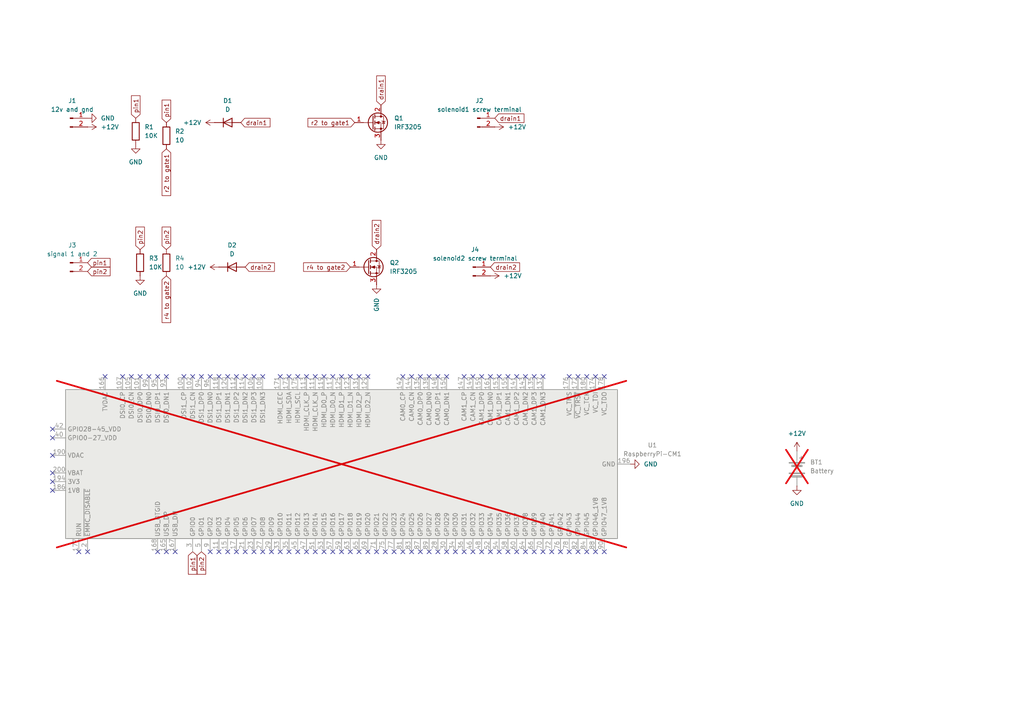
<source format=kicad_sch>
(kicad_sch
	(version 20231120)
	(generator "eeschema")
	(generator_version "8.0")
	(uuid "25a474c6-126e-416d-b9d6-1dce4ace7dc1")
	(paper "A4")
	(lib_symbols
		(symbol "Connector:Conn_01x02_Pin"
			(pin_names
				(offset 1.016) hide)
			(exclude_from_sim no)
			(in_bom yes)
			(on_board yes)
			(property "Reference" "J"
				(at 0 2.54 0)
				(effects
					(font
						(size 1.27 1.27)
					)
				)
			)
			(property "Value" "Conn_01x02_Pin"
				(at 0 -5.08 0)
				(effects
					(font
						(size 1.27 1.27)
					)
				)
			)
			(property "Footprint" ""
				(at 0 0 0)
				(effects
					(font
						(size 1.27 1.27)
					)
					(hide yes)
				)
			)
			(property "Datasheet" "~"
				(at 0 0 0)
				(effects
					(font
						(size 1.27 1.27)
					)
					(hide yes)
				)
			)
			(property "Description" "Generic connector, single row, 01x02, script generated"
				(at 0 0 0)
				(effects
					(font
						(size 1.27 1.27)
					)
					(hide yes)
				)
			)
			(property "ki_locked" ""
				(at 0 0 0)
				(effects
					(font
						(size 1.27 1.27)
					)
				)
			)
			(property "ki_keywords" "connector"
				(at 0 0 0)
				(effects
					(font
						(size 1.27 1.27)
					)
					(hide yes)
				)
			)
			(property "ki_fp_filters" "Connector*:*_1x??_*"
				(at 0 0 0)
				(effects
					(font
						(size 1.27 1.27)
					)
					(hide yes)
				)
			)
			(symbol "Conn_01x02_Pin_1_1"
				(polyline
					(pts
						(xy 1.27 -2.54) (xy 0.8636 -2.54)
					)
					(stroke
						(width 0.1524)
						(type default)
					)
					(fill
						(type none)
					)
				)
				(polyline
					(pts
						(xy 1.27 0) (xy 0.8636 0)
					)
					(stroke
						(width 0.1524)
						(type default)
					)
					(fill
						(type none)
					)
				)
				(rectangle
					(start 0.8636 -2.413)
					(end 0 -2.667)
					(stroke
						(width 0.1524)
						(type default)
					)
					(fill
						(type outline)
					)
				)
				(rectangle
					(start 0.8636 0.127)
					(end 0 -0.127)
					(stroke
						(width 0.1524)
						(type default)
					)
					(fill
						(type outline)
					)
				)
				(pin passive line
					(at 5.08 0 180)
					(length 3.81)
					(name "Pin_1"
						(effects
							(font
								(size 1.27 1.27)
							)
						)
					)
					(number "1"
						(effects
							(font
								(size 1.27 1.27)
							)
						)
					)
				)
				(pin passive line
					(at 5.08 -2.54 180)
					(length 3.81)
					(name "Pin_2"
						(effects
							(font
								(size 1.27 1.27)
							)
						)
					)
					(number "2"
						(effects
							(font
								(size 1.27 1.27)
							)
						)
					)
				)
			)
		)
		(symbol "Device:Battery"
			(pin_numbers hide)
			(pin_names
				(offset 0) hide)
			(exclude_from_sim no)
			(in_bom yes)
			(on_board yes)
			(property "Reference" "BT"
				(at 2.54 2.54 0)
				(effects
					(font
						(size 1.27 1.27)
					)
					(justify left)
				)
			)
			(property "Value" "Battery"
				(at 2.54 0 0)
				(effects
					(font
						(size 1.27 1.27)
					)
					(justify left)
				)
			)
			(property "Footprint" ""
				(at 0 1.524 90)
				(effects
					(font
						(size 1.27 1.27)
					)
					(hide yes)
				)
			)
			(property "Datasheet" "~"
				(at 0 1.524 90)
				(effects
					(font
						(size 1.27 1.27)
					)
					(hide yes)
				)
			)
			(property "Description" "Multiple-cell battery"
				(at 0 0 0)
				(effects
					(font
						(size 1.27 1.27)
					)
					(hide yes)
				)
			)
			(property "ki_keywords" "batt voltage-source cell"
				(at 0 0 0)
				(effects
					(font
						(size 1.27 1.27)
					)
					(hide yes)
				)
			)
			(symbol "Battery_0_1"
				(rectangle
					(start -2.286 -1.27)
					(end 2.286 -1.524)
					(stroke
						(width 0)
						(type default)
					)
					(fill
						(type outline)
					)
				)
				(rectangle
					(start -2.286 1.778)
					(end 2.286 1.524)
					(stroke
						(width 0)
						(type default)
					)
					(fill
						(type outline)
					)
				)
				(rectangle
					(start -1.524 -2.032)
					(end 1.524 -2.54)
					(stroke
						(width 0)
						(type default)
					)
					(fill
						(type outline)
					)
				)
				(rectangle
					(start -1.524 1.016)
					(end 1.524 0.508)
					(stroke
						(width 0)
						(type default)
					)
					(fill
						(type outline)
					)
				)
				(polyline
					(pts
						(xy 0 -1.016) (xy 0 -0.762)
					)
					(stroke
						(width 0)
						(type default)
					)
					(fill
						(type none)
					)
				)
				(polyline
					(pts
						(xy 0 -0.508) (xy 0 -0.254)
					)
					(stroke
						(width 0)
						(type default)
					)
					(fill
						(type none)
					)
				)
				(polyline
					(pts
						(xy 0 0) (xy 0 0.254)
					)
					(stroke
						(width 0)
						(type default)
					)
					(fill
						(type none)
					)
				)
				(polyline
					(pts
						(xy 0 1.778) (xy 0 2.54)
					)
					(stroke
						(width 0)
						(type default)
					)
					(fill
						(type none)
					)
				)
				(polyline
					(pts
						(xy 0.762 3.048) (xy 1.778 3.048)
					)
					(stroke
						(width 0.254)
						(type default)
					)
					(fill
						(type none)
					)
				)
				(polyline
					(pts
						(xy 1.27 3.556) (xy 1.27 2.54)
					)
					(stroke
						(width 0.254)
						(type default)
					)
					(fill
						(type none)
					)
				)
			)
			(symbol "Battery_1_1"
				(pin passive line
					(at 0 5.08 270)
					(length 2.54)
					(name "+"
						(effects
							(font
								(size 1.27 1.27)
							)
						)
					)
					(number "1"
						(effects
							(font
								(size 1.27 1.27)
							)
						)
					)
				)
				(pin passive line
					(at 0 -5.08 90)
					(length 2.54)
					(name "-"
						(effects
							(font
								(size 1.27 1.27)
							)
						)
					)
					(number "2"
						(effects
							(font
								(size 1.27 1.27)
							)
						)
					)
				)
			)
		)
		(symbol "Device:D"
			(pin_numbers hide)
			(pin_names
				(offset 1.016) hide)
			(exclude_from_sim no)
			(in_bom yes)
			(on_board yes)
			(property "Reference" "D"
				(at 0 2.54 0)
				(effects
					(font
						(size 1.27 1.27)
					)
				)
			)
			(property "Value" "D"
				(at 0 -2.54 0)
				(effects
					(font
						(size 1.27 1.27)
					)
				)
			)
			(property "Footprint" ""
				(at 0 0 0)
				(effects
					(font
						(size 1.27 1.27)
					)
					(hide yes)
				)
			)
			(property "Datasheet" "~"
				(at 0 0 0)
				(effects
					(font
						(size 1.27 1.27)
					)
					(hide yes)
				)
			)
			(property "Description" "Diode"
				(at 0 0 0)
				(effects
					(font
						(size 1.27 1.27)
					)
					(hide yes)
				)
			)
			(property "Sim.Device" "D"
				(at 0 0 0)
				(effects
					(font
						(size 1.27 1.27)
					)
					(hide yes)
				)
			)
			(property "Sim.Pins" "1=K 2=A"
				(at 0 0 0)
				(effects
					(font
						(size 1.27 1.27)
					)
					(hide yes)
				)
			)
			(property "ki_keywords" "diode"
				(at 0 0 0)
				(effects
					(font
						(size 1.27 1.27)
					)
					(hide yes)
				)
			)
			(property "ki_fp_filters" "TO-???* *_Diode_* *SingleDiode* D_*"
				(at 0 0 0)
				(effects
					(font
						(size 1.27 1.27)
					)
					(hide yes)
				)
			)
			(symbol "D_0_1"
				(polyline
					(pts
						(xy -1.27 1.27) (xy -1.27 -1.27)
					)
					(stroke
						(width 0.254)
						(type default)
					)
					(fill
						(type none)
					)
				)
				(polyline
					(pts
						(xy 1.27 0) (xy -1.27 0)
					)
					(stroke
						(width 0)
						(type default)
					)
					(fill
						(type none)
					)
				)
				(polyline
					(pts
						(xy 1.27 1.27) (xy 1.27 -1.27) (xy -1.27 0) (xy 1.27 1.27)
					)
					(stroke
						(width 0.254)
						(type default)
					)
					(fill
						(type none)
					)
				)
			)
			(symbol "D_1_1"
				(pin passive line
					(at -3.81 0 0)
					(length 2.54)
					(name "K"
						(effects
							(font
								(size 1.27 1.27)
							)
						)
					)
					(number "1"
						(effects
							(font
								(size 1.27 1.27)
							)
						)
					)
				)
				(pin passive line
					(at 3.81 0 180)
					(length 2.54)
					(name "A"
						(effects
							(font
								(size 1.27 1.27)
							)
						)
					)
					(number "2"
						(effects
							(font
								(size 1.27 1.27)
							)
						)
					)
				)
			)
		)
		(symbol "Device:R"
			(pin_numbers hide)
			(pin_names
				(offset 0)
			)
			(exclude_from_sim no)
			(in_bom yes)
			(on_board yes)
			(property "Reference" "R"
				(at 2.032 0 90)
				(effects
					(font
						(size 1.27 1.27)
					)
				)
			)
			(property "Value" "R"
				(at 0 0 90)
				(effects
					(font
						(size 1.27 1.27)
					)
				)
			)
			(property "Footprint" ""
				(at -1.778 0 90)
				(effects
					(font
						(size 1.27 1.27)
					)
					(hide yes)
				)
			)
			(property "Datasheet" "~"
				(at 0 0 0)
				(effects
					(font
						(size 1.27 1.27)
					)
					(hide yes)
				)
			)
			(property "Description" "Resistor"
				(at 0 0 0)
				(effects
					(font
						(size 1.27 1.27)
					)
					(hide yes)
				)
			)
			(property "ki_keywords" "R res resistor"
				(at 0 0 0)
				(effects
					(font
						(size 1.27 1.27)
					)
					(hide yes)
				)
			)
			(property "ki_fp_filters" "R_*"
				(at 0 0 0)
				(effects
					(font
						(size 1.27 1.27)
					)
					(hide yes)
				)
			)
			(symbol "R_0_1"
				(rectangle
					(start -1.016 -2.54)
					(end 1.016 2.54)
					(stroke
						(width 0.254)
						(type default)
					)
					(fill
						(type none)
					)
				)
			)
			(symbol "R_1_1"
				(pin passive line
					(at 0 3.81 270)
					(length 1.27)
					(name "~"
						(effects
							(font
								(size 1.27 1.27)
							)
						)
					)
					(number "1"
						(effects
							(font
								(size 1.27 1.27)
							)
						)
					)
				)
				(pin passive line
					(at 0 -3.81 90)
					(length 1.27)
					(name "~"
						(effects
							(font
								(size 1.27 1.27)
							)
						)
					)
					(number "2"
						(effects
							(font
								(size 1.27 1.27)
							)
						)
					)
				)
			)
		)
		(symbol "MCU_Module:RaspberryPi-CM1"
			(exclude_from_sim no)
			(in_bom yes)
			(on_board yes)
			(property "Reference" "U"
				(at -20.32 81.28 0)
				(effects
					(font
						(size 1.27 1.27)
					)
				)
			)
			(property "Value" "RaspberryPi-CM1"
				(at 20.32 81.28 0)
				(effects
					(font
						(size 1.27 1.27)
					)
				)
			)
			(property "Footprint" ""
				(at -15.24 86.36 0)
				(effects
					(font
						(size 1.27 1.27)
					)
					(hide yes)
				)
			)
			(property "Datasheet" "https://www.raspberrypi.org/documentation/hardware/computemodule/datasheets/rpi_DATA_CM_1p0.pdf"
				(at -15.24 86.36 0)
				(effects
					(font
						(size 1.27 1.27)
					)
					(hide yes)
				)
			)
			(property "Description" "BCM2835 Broadcom 700 MZ single core, 512 MB RAM 4 GB eMMC, industrial SoM computer"
				(at 0 0 0)
				(effects
					(font
						(size 1.27 1.27)
					)
					(hide yes)
				)
			)
			(property "ki_keywords" "raspberry pi compute module"
				(at 0 0 0)
				(effects
					(font
						(size 1.27 1.27)
					)
					(hide yes)
				)
			)
			(property "ki_fp_filters" "*SODIMM*"
				(at 0 0 0)
				(effects
					(font
						(size 1.27 1.27)
					)
					(hide yes)
				)
			)
			(symbol "RaspberryPi-CM1_0_1"
				(rectangle
					(start -21.59 80.01)
					(end 21.59 -80.01)
					(stroke
						(width 0.254)
						(type default)
					)
					(fill
						(type background)
					)
				)
			)
			(symbol "RaspberryPi-CM1_1_1"
				(pin passive line
					(at 0 -83.82 90)
					(length 3.81) hide
					(name "GND"
						(effects
							(font
								(size 1.27 1.27)
							)
						)
					)
					(number "1"
						(effects
							(font
								(size 1.27 1.27)
							)
						)
					)
				)
				(pin no_connect line
					(at -20.32 71.12 0)
					(length 2.54) hide
					(name "NC"
						(effects
							(font
								(size 1.27 1.27)
							)
						)
					)
					(number "10"
						(effects
							(font
								(size 1.27 1.27)
							)
						)
					)
				)
				(pin output line
					(at 25.4 45.72 180)
					(length 3.81)
					(name "DSI1_CP"
						(effects
							(font
								(size 1.27 1.27)
							)
						)
					)
					(number "100"
						(effects
							(font
								(size 1.27 1.27)
							)
						)
					)
				)
				(pin output line
					(at 25.4 58.42 180)
					(length 3.81)
					(name "DSI0_DP0"
						(effects
							(font
								(size 1.27 1.27)
							)
						)
					)
					(number "101"
						(effects
							(font
								(size 1.27 1.27)
							)
						)
					)
				)
				(pin output line
					(at 25.4 43.18 180)
					(length 3.81)
					(name "DSI1_CN"
						(effects
							(font
								(size 1.27 1.27)
							)
						)
					)
					(number "102"
						(effects
							(font
								(size 1.27 1.27)
							)
						)
					)
				)
				(pin passive line
					(at 0 -83.82 90)
					(length 3.81) hide
					(name "GND"
						(effects
							(font
								(size 1.27 1.27)
							)
						)
					)
					(number "103"
						(effects
							(font
								(size 1.27 1.27)
							)
						)
					)
				)
				(pin passive line
					(at 0 -83.82 90)
					(length 3.81) hide
					(name "GND"
						(effects
							(font
								(size 1.27 1.27)
							)
						)
					)
					(number "104"
						(effects
							(font
								(size 1.27 1.27)
							)
						)
					)
				)
				(pin output line
					(at 25.4 60.96 180)
					(length 3.81)
					(name "DSI0_CN"
						(effects
							(font
								(size 1.27 1.27)
							)
						)
					)
					(number "105"
						(effects
							(font
								(size 1.27 1.27)
							)
						)
					)
				)
				(pin output line
					(at 25.4 25.4 180)
					(length 3.81)
					(name "DSI1_DP3"
						(effects
							(font
								(size 1.27 1.27)
							)
						)
					)
					(number "106"
						(effects
							(font
								(size 1.27 1.27)
							)
						)
					)
				)
				(pin output line
					(at 25.4 63.5 180)
					(length 3.81)
					(name "DSI0_CP"
						(effects
							(font
								(size 1.27 1.27)
							)
						)
					)
					(number "107"
						(effects
							(font
								(size 1.27 1.27)
							)
						)
					)
				)
				(pin output line
					(at 25.4 22.86 180)
					(length 3.81)
					(name "DSI1_DN3"
						(effects
							(font
								(size 1.27 1.27)
							)
						)
					)
					(number "108"
						(effects
							(font
								(size 1.27 1.27)
							)
						)
					)
				)
				(pin passive line
					(at 0 -83.82 90)
					(length 3.81) hide
					(name "GND"
						(effects
							(font
								(size 1.27 1.27)
							)
						)
					)
					(number "109"
						(effects
							(font
								(size 1.27 1.27)
							)
						)
					)
				)
				(pin bidirectional line
					(at -25.4 35.56 0)
					(length 3.81)
					(name "GPIO3"
						(effects
							(font
								(size 1.27 1.27)
							)
						)
					)
					(number "11"
						(effects
							(font
								(size 1.27 1.27)
							)
						)
					)
				)
				(pin passive line
					(at 0 -83.82 90)
					(length 3.81) hide
					(name "GND"
						(effects
							(font
								(size 1.27 1.27)
							)
						)
					)
					(number "110"
						(effects
							(font
								(size 1.27 1.27)
							)
						)
					)
				)
				(pin output line
					(at 25.4 7.62 180)
					(length 3.81)
					(name "HDMI_CLK_N"
						(effects
							(font
								(size 1.27 1.27)
							)
						)
					)
					(number "111"
						(effects
							(font
								(size 1.27 1.27)
							)
						)
					)
				)
				(pin output line
					(at 25.4 30.48 180)
					(length 3.81)
					(name "DSI1_DP2"
						(effects
							(font
								(size 1.27 1.27)
							)
						)
					)
					(number "112"
						(effects
							(font
								(size 1.27 1.27)
							)
						)
					)
				)
				(pin output line
					(at 25.4 10.16 180)
					(length 3.81)
					(name "HDMI_CLK_P"
						(effects
							(font
								(size 1.27 1.27)
							)
						)
					)
					(number "113"
						(effects
							(font
								(size 1.27 1.27)
							)
						)
					)
				)
				(pin output line
					(at 25.4 27.94 180)
					(length 3.81)
					(name "DSI1_DN2"
						(effects
							(font
								(size 1.27 1.27)
							)
						)
					)
					(number "114"
						(effects
							(font
								(size 1.27 1.27)
							)
						)
					)
				)
				(pin passive line
					(at 0 -83.82 90)
					(length 3.81) hide
					(name "GND"
						(effects
							(font
								(size 1.27 1.27)
							)
						)
					)
					(number "115"
						(effects
							(font
								(size 1.27 1.27)
							)
						)
					)
				)
				(pin passive line
					(at 0 -83.82 90)
					(length 3.81) hide
					(name "GND"
						(effects
							(font
								(size 1.27 1.27)
							)
						)
					)
					(number "116"
						(effects
							(font
								(size 1.27 1.27)
							)
						)
					)
				)
				(pin output line
					(at 25.4 2.54 180)
					(length 3.81)
					(name "HDMI_D0_N"
						(effects
							(font
								(size 1.27 1.27)
							)
						)
					)
					(number "117"
						(effects
							(font
								(size 1.27 1.27)
							)
						)
					)
				)
				(pin output line
					(at 25.4 35.56 180)
					(length 3.81)
					(name "DSI1_DP1"
						(effects
							(font
								(size 1.27 1.27)
							)
						)
					)
					(number "118"
						(effects
							(font
								(size 1.27 1.27)
							)
						)
					)
				)
				(pin output line
					(at 25.4 5.08 180)
					(length 3.81)
					(name "HDMI_D0_P"
						(effects
							(font
								(size 1.27 1.27)
							)
						)
					)
					(number "119"
						(effects
							(font
								(size 1.27 1.27)
							)
						)
					)
				)
				(pin no_connect line
					(at -20.32 68.58 0)
					(length 2.54) hide
					(name "NC"
						(effects
							(font
								(size 1.27 1.27)
							)
						)
					)
					(number "12"
						(effects
							(font
								(size 1.27 1.27)
							)
						)
					)
				)
				(pin output line
					(at 25.4 33.02 180)
					(length 3.81)
					(name "DSI1_DN1"
						(effects
							(font
								(size 1.27 1.27)
							)
						)
					)
					(number "120"
						(effects
							(font
								(size 1.27 1.27)
							)
						)
					)
				)
				(pin passive line
					(at 0 -83.82 90)
					(length 3.81) hide
					(name "GND"
						(effects
							(font
								(size 1.27 1.27)
							)
						)
					)
					(number "121"
						(effects
							(font
								(size 1.27 1.27)
							)
						)
					)
				)
				(pin passive line
					(at 0 -83.82 90)
					(length 3.81) hide
					(name "GND"
						(effects
							(font
								(size 1.27 1.27)
							)
						)
					)
					(number "122"
						(effects
							(font
								(size 1.27 1.27)
							)
						)
					)
				)
				(pin output line
					(at 25.4 -2.54 180)
					(length 3.81)
					(name "HDMI_D1_N"
						(effects
							(font
								(size 1.27 1.27)
							)
						)
					)
					(number "123"
						(effects
							(font
								(size 1.27 1.27)
							)
						)
					)
				)
				(pin no_connect line
					(at 20.32 76.2 180)
					(length 2.54) hide
					(name "NC"
						(effects
							(font
								(size 1.27 1.27)
							)
						)
					)
					(number "124"
						(effects
							(font
								(size 1.27 1.27)
							)
						)
					)
				)
				(pin output line
					(at 25.4 0 180)
					(length 3.81)
					(name "HDMI_D1_P"
						(effects
							(font
								(size 1.27 1.27)
							)
						)
					)
					(number "125"
						(effects
							(font
								(size 1.27 1.27)
							)
						)
					)
				)
				(pin no_connect line
					(at 20.32 73.66 180)
					(length 2.54) hide
					(name "NC"
						(effects
							(font
								(size 1.27 1.27)
							)
						)
					)
					(number "126"
						(effects
							(font
								(size 1.27 1.27)
							)
						)
					)
				)
				(pin passive line
					(at 0 -83.82 90)
					(length 3.81) hide
					(name "GND"
						(effects
							(font
								(size 1.27 1.27)
							)
						)
					)
					(number "127"
						(effects
							(font
								(size 1.27 1.27)
							)
						)
					)
				)
				(pin no_connect line
					(at 20.32 71.12 180)
					(length 2.54) hide
					(name "NC"
						(effects
							(font
								(size 1.27 1.27)
							)
						)
					)
					(number "128"
						(effects
							(font
								(size 1.27 1.27)
							)
						)
					)
				)
				(pin output line
					(at 25.4 -7.62 180)
					(length 3.81)
					(name "HDMI_D2_N"
						(effects
							(font
								(size 1.27 1.27)
							)
						)
					)
					(number "129"
						(effects
							(font
								(size 1.27 1.27)
							)
						)
					)
				)
				(pin passive line
					(at 0 -83.82 90)
					(length 3.81) hide
					(name "GND"
						(effects
							(font
								(size 1.27 1.27)
							)
						)
					)
					(number "13"
						(effects
							(font
								(size 1.27 1.27)
							)
						)
					)
				)
				(pin no_connect line
					(at 20.32 66.04 180)
					(length 2.54) hide
					(name "NC"
						(effects
							(font
								(size 1.27 1.27)
							)
						)
					)
					(number "130"
						(effects
							(font
								(size 1.27 1.27)
							)
						)
					)
				)
				(pin output line
					(at 25.4 -5.08 180)
					(length 3.81)
					(name "HDMI_D2_P"
						(effects
							(font
								(size 1.27 1.27)
							)
						)
					)
					(number "131"
						(effects
							(font
								(size 1.27 1.27)
							)
						)
					)
				)
				(pin no_connect line
					(at 20.32 48.26 180)
					(length 2.54) hide
					(name "NC"
						(effects
							(font
								(size 1.27 1.27)
							)
						)
					)
					(number "132"
						(effects
							(font
								(size 1.27 1.27)
							)
						)
					)
				)
				(pin passive line
					(at 0 -83.82 90)
					(length 3.81) hide
					(name "GND"
						(effects
							(font
								(size 1.27 1.27)
							)
						)
					)
					(number "133"
						(effects
							(font
								(size 1.27 1.27)
							)
						)
					)
				)
				(pin passive line
					(at 0 -83.82 90)
					(length 3.81) hide
					(name "GND"
						(effects
							(font
								(size 1.27 1.27)
							)
						)
					)
					(number "134"
						(effects
							(font
								(size 1.27 1.27)
							)
						)
					)
				)
				(pin input line
					(at 25.4 -55.88 180)
					(length 3.81)
					(name "CAM1_DP3"
						(effects
							(font
								(size 1.27 1.27)
							)
						)
					)
					(number "135"
						(effects
							(font
								(size 1.27 1.27)
							)
						)
					)
				)
				(pin input line
					(at 25.4 -22.86 180)
					(length 3.81)
					(name "CAM0_DP0"
						(effects
							(font
								(size 1.27 1.27)
							)
						)
					)
					(number "136"
						(effects
							(font
								(size 1.27 1.27)
							)
						)
					)
				)
				(pin input line
					(at 25.4 -58.42 180)
					(length 3.81)
					(name "CAM1_DN3"
						(effects
							(font
								(size 1.27 1.27)
							)
						)
					)
					(number "137"
						(effects
							(font
								(size 1.27 1.27)
							)
						)
					)
				)
				(pin input line
					(at 25.4 -25.4 180)
					(length 3.81)
					(name "CAM0_DN0"
						(effects
							(font
								(size 1.27 1.27)
							)
						)
					)
					(number "138"
						(effects
							(font
								(size 1.27 1.27)
							)
						)
					)
				)
				(pin passive line
					(at 0 -83.82 90)
					(length 3.81) hide
					(name "GND"
						(effects
							(font
								(size 1.27 1.27)
							)
						)
					)
					(number "139"
						(effects
							(font
								(size 1.27 1.27)
							)
						)
					)
				)
				(pin no_connect line
					(at 5.08 -78.74 90)
					(length 2.54) hide
					(name "NC"
						(effects
							(font
								(size 1.27 1.27)
							)
						)
					)
					(number "14"
						(effects
							(font
								(size 1.27 1.27)
							)
						)
					)
				)
				(pin passive line
					(at 0 -83.82 90)
					(length 3.81) hide
					(name "GND"
						(effects
							(font
								(size 1.27 1.27)
							)
						)
					)
					(number "140"
						(effects
							(font
								(size 1.27 1.27)
							)
						)
					)
				)
				(pin input line
					(at 25.4 -50.8 180)
					(length 3.81)
					(name "CAM1_DP2"
						(effects
							(font
								(size 1.27 1.27)
							)
						)
					)
					(number "141"
						(effects
							(font
								(size 1.27 1.27)
							)
						)
					)
				)
				(pin input line
					(at 25.4 -17.78 180)
					(length 3.81)
					(name "CAM0_CP"
						(effects
							(font
								(size 1.27 1.27)
							)
						)
					)
					(number "142"
						(effects
							(font
								(size 1.27 1.27)
							)
						)
					)
				)
				(pin input line
					(at 25.4 -53.34 180)
					(length 3.81)
					(name "CAM1_DN2"
						(effects
							(font
								(size 1.27 1.27)
							)
						)
					)
					(number "143"
						(effects
							(font
								(size 1.27 1.27)
							)
						)
					)
				)
				(pin input line
					(at 25.4 -20.32 180)
					(length 3.81)
					(name "CAM0_CN"
						(effects
							(font
								(size 1.27 1.27)
							)
						)
					)
					(number "144"
						(effects
							(font
								(size 1.27 1.27)
							)
						)
					)
				)
				(pin passive line
					(at 0 -83.82 90)
					(length 3.81) hide
					(name "GND"
						(effects
							(font
								(size 1.27 1.27)
							)
						)
					)
					(number "145"
						(effects
							(font
								(size 1.27 1.27)
							)
						)
					)
				)
				(pin passive line
					(at 0 -83.82 90)
					(length 3.81) hide
					(name "GND"
						(effects
							(font
								(size 1.27 1.27)
							)
						)
					)
					(number "146"
						(effects
							(font
								(size 1.27 1.27)
							)
						)
					)
				)
				(pin input line
					(at 25.4 -35.56 180)
					(length 3.81)
					(name "CAM1_CP"
						(effects
							(font
								(size 1.27 1.27)
							)
						)
					)
					(number "147"
						(effects
							(font
								(size 1.27 1.27)
							)
						)
					)
				)
				(pin input line
					(at 25.4 -27.94 180)
					(length 3.81)
					(name "CAM0_DP1"
						(effects
							(font
								(size 1.27 1.27)
							)
						)
					)
					(number "148"
						(effects
							(font
								(size 1.27 1.27)
							)
						)
					)
				)
				(pin input line
					(at 25.4 -38.1 180)
					(length 3.81)
					(name "CAM1_CN"
						(effects
							(font
								(size 1.27 1.27)
							)
						)
					)
					(number "149"
						(effects
							(font
								(size 1.27 1.27)
							)
						)
					)
				)
				(pin bidirectional line
					(at -25.4 33.02 0)
					(length 3.81)
					(name "GPIO4"
						(effects
							(font
								(size 1.27 1.27)
							)
						)
					)
					(number "15"
						(effects
							(font
								(size 1.27 1.27)
							)
						)
					)
				)
				(pin input line
					(at 25.4 -30.48 180)
					(length 3.81)
					(name "CAM0_DN1"
						(effects
							(font
								(size 1.27 1.27)
							)
						)
					)
					(number "150"
						(effects
							(font
								(size 1.27 1.27)
							)
						)
					)
				)
				(pin passive line
					(at 0 -83.82 90)
					(length 3.81) hide
					(name "GND"
						(effects
							(font
								(size 1.27 1.27)
							)
						)
					)
					(number "151"
						(effects
							(font
								(size 1.27 1.27)
							)
						)
					)
				)
				(pin passive line
					(at 0 -83.82 90)
					(length 3.81) hide
					(name "GND"
						(effects
							(font
								(size 1.27 1.27)
							)
						)
					)
					(number "152"
						(effects
							(font
								(size 1.27 1.27)
							)
						)
					)
				)
				(pin input line
					(at 25.4 -45.72 180)
					(length 3.81)
					(name "CAM1_DP1"
						(effects
							(font
								(size 1.27 1.27)
							)
						)
					)
					(number "153"
						(effects
							(font
								(size 1.27 1.27)
							)
						)
					)
				)
				(pin no_connect line
					(at 20.32 -15.24 180)
					(length 2.54) hide
					(name "NC"
						(effects
							(font
								(size 1.27 1.27)
							)
						)
					)
					(number "154"
						(effects
							(font
								(size 1.27 1.27)
							)
						)
					)
				)
				(pin input line
					(at 25.4 -48.26 180)
					(length 3.81)
					(name "CAM1_DN1"
						(effects
							(font
								(size 1.27 1.27)
							)
						)
					)
					(number "155"
						(effects
							(font
								(size 1.27 1.27)
							)
						)
					)
				)
				(pin no_connect line
					(at 20.32 -12.7 180)
					(length 2.54) hide
					(name "NC"
						(effects
							(font
								(size 1.27 1.27)
							)
						)
					)
					(number "156"
						(effects
							(font
								(size 1.27 1.27)
							)
						)
					)
				)
				(pin passive line
					(at 0 -83.82 90)
					(length 3.81) hide
					(name "GND"
						(effects
							(font
								(size 1.27 1.27)
							)
						)
					)
					(number "157"
						(effects
							(font
								(size 1.27 1.27)
							)
						)
					)
				)
				(pin no_connect line
					(at 20.32 20.32 180)
					(length 2.54) hide
					(name "NC"
						(effects
							(font
								(size 1.27 1.27)
							)
						)
					)
					(number "158"
						(effects
							(font
								(size 1.27 1.27)
							)
						)
					)
				)
				(pin input line
					(at 25.4 -40.64 180)
					(length 3.81)
					(name "CAM1_DP0"
						(effects
							(font
								(size 1.27 1.27)
							)
						)
					)
					(number "159"
						(effects
							(font
								(size 1.27 1.27)
							)
						)
					)
				)
				(pin no_connect line
					(at -20.32 66.04 0)
					(length 2.54) hide
					(name "NC"
						(effects
							(font
								(size 1.27 1.27)
							)
						)
					)
					(number "16"
						(effects
							(font
								(size 1.27 1.27)
							)
						)
					)
				)
				(pin no_connect line
					(at 20.32 -60.96 180)
					(length 2.54) hide
					(name "NC"
						(effects
							(font
								(size 1.27 1.27)
							)
						)
					)
					(number "160"
						(effects
							(font
								(size 1.27 1.27)
							)
						)
					)
				)
				(pin input line
					(at 25.4 -43.18 180)
					(length 3.81)
					(name "CAM1_DN0"
						(effects
							(font
								(size 1.27 1.27)
							)
						)
					)
					(number "161"
						(effects
							(font
								(size 1.27 1.27)
							)
						)
					)
				)
				(pin no_connect line
					(at 20.32 -63.5 180)
					(length 2.54) hide
					(name "NC"
						(effects
							(font
								(size 1.27 1.27)
							)
						)
					)
					(number "162"
						(effects
							(font
								(size 1.27 1.27)
							)
						)
					)
				)
				(pin passive line
					(at 0 -83.82 90)
					(length 3.81) hide
					(name "GND"
						(effects
							(font
								(size 1.27 1.27)
							)
						)
					)
					(number "163"
						(effects
							(font
								(size 1.27 1.27)
							)
						)
					)
				)
				(pin passive line
					(at 0 -83.82 90)
					(length 3.81) hide
					(name "GND"
						(effects
							(font
								(size 1.27 1.27)
							)
						)
					)
					(number "164"
						(effects
							(font
								(size 1.27 1.27)
							)
						)
					)
				)
				(pin bidirectional line
					(at -25.4 50.8 0)
					(length 3.81)
					(name "USB_DP"
						(effects
							(font
								(size 1.27 1.27)
							)
						)
					)
					(number "165"
						(effects
							(font
								(size 1.27 1.27)
							)
						)
					)
				)
				(pin output line
					(at 25.4 68.58 180)
					(length 3.81)
					(name "TVDAC"
						(effects
							(font
								(size 1.27 1.27)
							)
						)
					)
					(number "166"
						(effects
							(font
								(size 1.27 1.27)
							)
						)
					)
				)
				(pin bidirectional line
					(at -25.4 48.26 0)
					(length 3.81)
					(name "USB_DM"
						(effects
							(font
								(size 1.27 1.27)
							)
						)
					)
					(number "167"
						(effects
							(font
								(size 1.27 1.27)
							)
						)
					)
				)
				(pin passive line
					(at -25.4 53.34 0)
					(length 3.81)
					(name "USB_OTGID"
						(effects
							(font
								(size 1.27 1.27)
							)
						)
					)
					(number "168"
						(effects
							(font
								(size 1.27 1.27)
							)
						)
					)
				)
				(pin passive line
					(at 0 -83.82 90)
					(length 3.81) hide
					(name "GND"
						(effects
							(font
								(size 1.27 1.27)
							)
						)
					)
					(number "169"
						(effects
							(font
								(size 1.27 1.27)
							)
						)
					)
				)
				(pin bidirectional line
					(at -25.4 30.48 0)
					(length 3.81)
					(name "GPIO5"
						(effects
							(font
								(size 1.27 1.27)
							)
						)
					)
					(number "17"
						(effects
							(font
								(size 1.27 1.27)
							)
						)
					)
				)
				(pin passive line
					(at 0 -83.82 90)
					(length 3.81) hide
					(name "GND"
						(effects
							(font
								(size 1.27 1.27)
							)
						)
					)
					(number "170"
						(effects
							(font
								(size 1.27 1.27)
							)
						)
					)
				)
				(pin bidirectional line
					(at 25.4 17.78 180)
					(length 3.81)
					(name "HDMI_CEC"
						(effects
							(font
								(size 1.27 1.27)
							)
						)
					)
					(number "171"
						(effects
							(font
								(size 1.27 1.27)
							)
						)
					)
				)
				(pin input line
					(at 25.4 -68.58 180)
					(length 3.81)
					(name "~{VC_TRST}"
						(effects
							(font
								(size 1.27 1.27)
							)
						)
					)
					(number "172"
						(effects
							(font
								(size 1.27 1.27)
							)
						)
					)
				)
				(pin bidirectional line
					(at 25.4 15.24 180)
					(length 3.81)
					(name "HDMI_SDA"
						(effects
							(font
								(size 1.27 1.27)
							)
						)
					)
					(number "173"
						(effects
							(font
								(size 1.27 1.27)
							)
						)
					)
				)
				(pin input line
					(at 25.4 -73.66 180)
					(length 3.81)
					(name "VC_TDI"
						(effects
							(font
								(size 1.27 1.27)
							)
						)
					)
					(number "174"
						(effects
							(font
								(size 1.27 1.27)
							)
						)
					)
				)
				(pin bidirectional line
					(at 25.4 12.7 180)
					(length 3.81)
					(name "HDMI_SCL"
						(effects
							(font
								(size 1.27 1.27)
							)
						)
					)
					(number "175"
						(effects
							(font
								(size 1.27 1.27)
							)
						)
					)
				)
				(pin input line
					(at 25.4 -66.04 180)
					(length 3.81)
					(name "VC_TMS"
						(effects
							(font
								(size 1.27 1.27)
							)
						)
					)
					(number "176"
						(effects
							(font
								(size 1.27 1.27)
							)
						)
					)
				)
				(pin input line
					(at -25.4 76.2 0)
					(length 3.81)
					(name "RUN"
						(effects
							(font
								(size 1.27 1.27)
							)
						)
					)
					(number "177"
						(effects
							(font
								(size 1.27 1.27)
							)
						)
					)
				)
				(pin output line
					(at 25.4 -76.2 180)
					(length 3.81)
					(name "VC_TDO"
						(effects
							(font
								(size 1.27 1.27)
							)
						)
					)
					(number "178"
						(effects
							(font
								(size 1.27 1.27)
							)
						)
					)
				)
				(pin no_connect line
					(at 0 78.74 270)
					(length 2.54) hide
					(name "VDD_CORE_(DO_NOT_CONNECT)"
						(effects
							(font
								(size 1.27 1.27)
							)
						)
					)
					(number "179"
						(effects
							(font
								(size 1.27 1.27)
							)
						)
					)
				)
				(pin no_connect line
					(at -20.32 63.5 0)
					(length 2.54) hide
					(name "NC"
						(effects
							(font
								(size 1.27 1.27)
							)
						)
					)
					(number "18"
						(effects
							(font
								(size 1.27 1.27)
							)
						)
					)
				)
				(pin input line
					(at 25.4 -71.12 180)
					(length 3.81)
					(name "VC_TCK"
						(effects
							(font
								(size 1.27 1.27)
							)
						)
					)
					(number "180"
						(effects
							(font
								(size 1.27 1.27)
							)
						)
					)
				)
				(pin passive line
					(at 0 -83.82 90)
					(length 3.81) hide
					(name "GND"
						(effects
							(font
								(size 1.27 1.27)
							)
						)
					)
					(number "181"
						(effects
							(font
								(size 1.27 1.27)
							)
						)
					)
				)
				(pin passive line
					(at 0 -83.82 90)
					(length 3.81) hide
					(name "GND"
						(effects
							(font
								(size 1.27 1.27)
							)
						)
					)
					(number "182"
						(effects
							(font
								(size 1.27 1.27)
							)
						)
					)
				)
				(pin passive line
					(at -7.62 83.82 270)
					(length 3.81) hide
					(name "1V8"
						(effects
							(font
								(size 1.27 1.27)
							)
						)
					)
					(number "183"
						(effects
							(font
								(size 1.27 1.27)
							)
						)
					)
				)
				(pin passive line
					(at -7.62 83.82 270)
					(length 3.81) hide
					(name "1V8"
						(effects
							(font
								(size 1.27 1.27)
							)
						)
					)
					(number "184"
						(effects
							(font
								(size 1.27 1.27)
							)
						)
					)
				)
				(pin passive line
					(at -7.62 83.82 270)
					(length 3.81) hide
					(name "1V8"
						(effects
							(font
								(size 1.27 1.27)
							)
						)
					)
					(number "185"
						(effects
							(font
								(size 1.27 1.27)
							)
						)
					)
				)
				(pin power_in line
					(at -7.62 83.82 270)
					(length 3.81)
					(name "1V8"
						(effects
							(font
								(size 1.27 1.27)
							)
						)
					)
					(number "186"
						(effects
							(font
								(size 1.27 1.27)
							)
						)
					)
				)
				(pin passive line
					(at 0 -83.82 90)
					(length 3.81) hide
					(name "GND"
						(effects
							(font
								(size 1.27 1.27)
							)
						)
					)
					(number "187"
						(effects
							(font
								(size 1.27 1.27)
							)
						)
					)
				)
				(pin passive line
					(at 0 -83.82 90)
					(length 3.81) hide
					(name "GND"
						(effects
							(font
								(size 1.27 1.27)
							)
						)
					)
					(number "188"
						(effects
							(font
								(size 1.27 1.27)
							)
						)
					)
				)
				(pin passive line
					(at 2.54 83.82 270)
					(length 3.81) hide
					(name "VDAC"
						(effects
							(font
								(size 1.27 1.27)
							)
						)
					)
					(number "189"
						(effects
							(font
								(size 1.27 1.27)
							)
						)
					)
				)
				(pin passive line
					(at 0 -83.82 90)
					(length 3.81) hide
					(name "GND"
						(effects
							(font
								(size 1.27 1.27)
							)
						)
					)
					(number "19"
						(effects
							(font
								(size 1.27 1.27)
							)
						)
					)
				)
				(pin power_in line
					(at 2.54 83.82 270)
					(length 3.81)
					(name "VDAC"
						(effects
							(font
								(size 1.27 1.27)
							)
						)
					)
					(number "190"
						(effects
							(font
								(size 1.27 1.27)
							)
						)
					)
				)
				(pin passive line
					(at -5.08 83.82 270)
					(length 3.81) hide
					(name "3V3"
						(effects
							(font
								(size 1.27 1.27)
							)
						)
					)
					(number "191"
						(effects
							(font
								(size 1.27 1.27)
							)
						)
					)
				)
				(pin passive line
					(at -5.08 83.82 270)
					(length 3.81) hide
					(name "3V3"
						(effects
							(font
								(size 1.27 1.27)
							)
						)
					)
					(number "192"
						(effects
							(font
								(size 1.27 1.27)
							)
						)
					)
				)
				(pin passive line
					(at -5.08 83.82 270)
					(length 3.81) hide
					(name "3V3"
						(effects
							(font
								(size 1.27 1.27)
							)
						)
					)
					(number "193"
						(effects
							(font
								(size 1.27 1.27)
							)
						)
					)
				)
				(pin power_in line
					(at -5.08 83.82 270)
					(length 3.81)
					(name "3V3"
						(effects
							(font
								(size 1.27 1.27)
							)
						)
					)
					(number "194"
						(effects
							(font
								(size 1.27 1.27)
							)
						)
					)
				)
				(pin passive line
					(at 0 -83.82 90)
					(length 3.81) hide
					(name "GND"
						(effects
							(font
								(size 1.27 1.27)
							)
						)
					)
					(number "195"
						(effects
							(font
								(size 1.27 1.27)
							)
						)
					)
				)
				(pin power_out line
					(at 0 -83.82 90)
					(length 3.81)
					(name "GND"
						(effects
							(font
								(size 1.27 1.27)
							)
						)
					)
					(number "196"
						(effects
							(font
								(size 1.27 1.27)
							)
						)
					)
				)
				(pin passive line
					(at -2.54 83.82 270)
					(length 3.81) hide
					(name "VBAT"
						(effects
							(font
								(size 1.27 1.27)
							)
						)
					)
					(number "197"
						(effects
							(font
								(size 1.27 1.27)
							)
						)
					)
				)
				(pin passive line
					(at -2.54 83.82 270)
					(length 3.81) hide
					(name "VBAT"
						(effects
							(font
								(size 1.27 1.27)
							)
						)
					)
					(number "198"
						(effects
							(font
								(size 1.27 1.27)
							)
						)
					)
				)
				(pin passive line
					(at -2.54 83.82 270)
					(length 3.81) hide
					(name "VBAT"
						(effects
							(font
								(size 1.27 1.27)
							)
						)
					)
					(number "199"
						(effects
							(font
								(size 1.27 1.27)
							)
						)
					)
				)
				(pin input line
					(at -25.4 73.66 0)
					(length 3.81)
					(name "~{EMMC_DISABLE}"
						(effects
							(font
								(size 1.27 1.27)
							)
						)
					)
					(number "2"
						(effects
							(font
								(size 1.27 1.27)
							)
						)
					)
				)
				(pin no_connect line
					(at 7.62 -78.74 90)
					(length 2.54) hide
					(name "NC"
						(effects
							(font
								(size 1.27 1.27)
							)
						)
					)
					(number "20"
						(effects
							(font
								(size 1.27 1.27)
							)
						)
					)
				)
				(pin power_in line
					(at -2.54 83.82 270)
					(length 3.81)
					(name "VBAT"
						(effects
							(font
								(size 1.27 1.27)
							)
						)
					)
					(number "200"
						(effects
							(font
								(size 1.27 1.27)
							)
						)
					)
				)
				(pin bidirectional line
					(at -25.4 27.94 0)
					(length 3.81)
					(name "GPIO6"
						(effects
							(font
								(size 1.27 1.27)
							)
						)
					)
					(number "21"
						(effects
							(font
								(size 1.27 1.27)
							)
						)
					)
				)
				(pin no_connect line
					(at -20.32 60.96 0)
					(length 2.54) hide
					(name "NC"
						(effects
							(font
								(size 1.27 1.27)
							)
						)
					)
					(number "22"
						(effects
							(font
								(size 1.27 1.27)
							)
						)
					)
				)
				(pin bidirectional line
					(at -25.4 25.4 0)
					(length 3.81)
					(name "GPIO7"
						(effects
							(font
								(size 1.27 1.27)
							)
						)
					)
					(number "23"
						(effects
							(font
								(size 1.27 1.27)
							)
						)
					)
				)
				(pin no_connect line
					(at -20.32 58.42 0)
					(length 2.54) hide
					(name "NC"
						(effects
							(font
								(size 1.27 1.27)
							)
						)
					)
					(number "24"
						(effects
							(font
								(size 1.27 1.27)
							)
						)
					)
				)
				(pin passive line
					(at 0 -83.82 90)
					(length 3.81) hide
					(name "GND"
						(effects
							(font
								(size 1.27 1.27)
							)
						)
					)
					(number "25"
						(effects
							(font
								(size 1.27 1.27)
							)
						)
					)
				)
				(pin passive line
					(at 0 -83.82 90)
					(length 3.81) hide
					(name "GND"
						(effects
							(font
								(size 1.27 1.27)
							)
						)
					)
					(number "26"
						(effects
							(font
								(size 1.27 1.27)
							)
						)
					)
				)
				(pin bidirectional line
					(at -25.4 22.86 0)
					(length 3.81)
					(name "GPIO8"
						(effects
							(font
								(size 1.27 1.27)
							)
						)
					)
					(number "27"
						(effects
							(font
								(size 1.27 1.27)
							)
						)
					)
				)
				(pin bidirectional line
					(at -25.4 -27.94 0)
					(length 3.81)
					(name "GPIO28"
						(effects
							(font
								(size 1.27 1.27)
							)
						)
					)
					(number "28"
						(effects
							(font
								(size 1.27 1.27)
							)
						)
					)
				)
				(pin bidirectional line
					(at -25.4 20.32 0)
					(length 3.81)
					(name "GPIO9"
						(effects
							(font
								(size 1.27 1.27)
							)
						)
					)
					(number "29"
						(effects
							(font
								(size 1.27 1.27)
							)
						)
					)
				)
				(pin bidirectional line
					(at -25.4 43.18 0)
					(length 3.81)
					(name "GPIO0"
						(effects
							(font
								(size 1.27 1.27)
							)
						)
					)
					(number "3"
						(effects
							(font
								(size 1.27 1.27)
							)
						)
					)
				)
				(pin bidirectional line
					(at -25.4 -30.48 0)
					(length 3.81)
					(name "GPIO29"
						(effects
							(font
								(size 1.27 1.27)
							)
						)
					)
					(number "30"
						(effects
							(font
								(size 1.27 1.27)
							)
						)
					)
				)
				(pin passive line
					(at 0 -83.82 90)
					(length 3.81) hide
					(name "GND"
						(effects
							(font
								(size 1.27 1.27)
							)
						)
					)
					(number "31"
						(effects
							(font
								(size 1.27 1.27)
							)
						)
					)
				)
				(pin passive line
					(at 0 -83.82 90)
					(length 3.81) hide
					(name "GND"
						(effects
							(font
								(size 1.27 1.27)
							)
						)
					)
					(number "32"
						(effects
							(font
								(size 1.27 1.27)
							)
						)
					)
				)
				(pin bidirectional line
					(at -25.4 17.78 0)
					(length 3.81)
					(name "GPIO10"
						(effects
							(font
								(size 1.27 1.27)
							)
						)
					)
					(number "33"
						(effects
							(font
								(size 1.27 1.27)
							)
						)
					)
				)
				(pin bidirectional line
					(at -25.4 -33.02 0)
					(length 3.81)
					(name "GPIO30"
						(effects
							(font
								(size 1.27 1.27)
							)
						)
					)
					(number "34"
						(effects
							(font
								(size 1.27 1.27)
							)
						)
					)
				)
				(pin bidirectional line
					(at -25.4 15.24 0)
					(length 3.81)
					(name "GPIO11"
						(effects
							(font
								(size 1.27 1.27)
							)
						)
					)
					(number "35"
						(effects
							(font
								(size 1.27 1.27)
							)
						)
					)
				)
				(pin bidirectional line
					(at -25.4 -35.56 0)
					(length 3.81)
					(name "GPIO31"
						(effects
							(font
								(size 1.27 1.27)
							)
						)
					)
					(number "36"
						(effects
							(font
								(size 1.27 1.27)
							)
						)
					)
				)
				(pin passive line
					(at 0 -83.82 90)
					(length 3.81) hide
					(name "GND"
						(effects
							(font
								(size 1.27 1.27)
							)
						)
					)
					(number "37"
						(effects
							(font
								(size 1.27 1.27)
							)
						)
					)
				)
				(pin passive line
					(at 0 -83.82 90)
					(length 3.81) hide
					(name "GND"
						(effects
							(font
								(size 1.27 1.27)
							)
						)
					)
					(number "38"
						(effects
							(font
								(size 1.27 1.27)
							)
						)
					)
				)
				(pin passive line
					(at 7.62 83.82 270)
					(length 3.81) hide
					(name "GPIO0-27_VDD"
						(effects
							(font
								(size 1.27 1.27)
							)
						)
					)
					(number "39"
						(effects
							(font
								(size 1.27 1.27)
							)
						)
					)
				)
				(pin no_connect line
					(at 5.08 78.74 270)
					(length 2.54) hide
					(name "NC"
						(effects
							(font
								(size 1.27 1.27)
							)
						)
					)
					(number "4"
						(effects
							(font
								(size 1.27 1.27)
							)
						)
					)
				)
				(pin power_in line
					(at 7.62 83.82 270)
					(length 3.81)
					(name "GPIO0-27_VDD"
						(effects
							(font
								(size 1.27 1.27)
							)
						)
					)
					(number "40"
						(effects
							(font
								(size 1.27 1.27)
							)
						)
					)
				)
				(pin passive line
					(at 10.16 83.82 270)
					(length 3.81) hide
					(name "GPIO28-45_VDD"
						(effects
							(font
								(size 1.27 1.27)
							)
						)
					)
					(number "41"
						(effects
							(font
								(size 1.27 1.27)
							)
						)
					)
				)
				(pin power_in line
					(at 10.16 83.82 270)
					(length 3.81)
					(name "GPIO28-45_VDD"
						(effects
							(font
								(size 1.27 1.27)
							)
						)
					)
					(number "42"
						(effects
							(font
								(size 1.27 1.27)
							)
						)
					)
				)
				(pin passive line
					(at 0 -83.82 90)
					(length 3.81) hide
					(name "GND"
						(effects
							(font
								(size 1.27 1.27)
							)
						)
					)
					(number "43"
						(effects
							(font
								(size 1.27 1.27)
							)
						)
					)
				)
				(pin passive line
					(at 0 -83.82 90)
					(length 3.81) hide
					(name "GND"
						(effects
							(font
								(size 1.27 1.27)
							)
						)
					)
					(number "44"
						(effects
							(font
								(size 1.27 1.27)
							)
						)
					)
				)
				(pin bidirectional line
					(at -25.4 12.7 0)
					(length 3.81)
					(name "GPIO12"
						(effects
							(font
								(size 1.27 1.27)
							)
						)
					)
					(number "45"
						(effects
							(font
								(size 1.27 1.27)
							)
						)
					)
				)
				(pin bidirectional line
					(at -25.4 -38.1 0)
					(length 3.81)
					(name "GPIO32"
						(effects
							(font
								(size 1.27 1.27)
							)
						)
					)
					(number "46"
						(effects
							(font
								(size 1.27 1.27)
							)
						)
					)
				)
				(pin bidirectional line
					(at -25.4 10.16 0)
					(length 3.81)
					(name "GPIO13"
						(effects
							(font
								(size 1.27 1.27)
							)
						)
					)
					(number "47"
						(effects
							(font
								(size 1.27 1.27)
							)
						)
					)
				)
				(pin bidirectional line
					(at -25.4 -40.64 0)
					(length 3.81)
					(name "GPIO33"
						(effects
							(font
								(size 1.27 1.27)
							)
						)
					)
					(number "48"
						(effects
							(font
								(size 1.27 1.27)
							)
						)
					)
				)
				(pin passive line
					(at 0 -83.82 90)
					(length 3.81) hide
					(name "GND"
						(effects
							(font
								(size 1.27 1.27)
							)
						)
					)
					(number "49"
						(effects
							(font
								(size 1.27 1.27)
							)
						)
					)
				)
				(pin bidirectional line
					(at -25.4 40.64 0)
					(length 3.81)
					(name "GPIO1"
						(effects
							(font
								(size 1.27 1.27)
							)
						)
					)
					(number "5"
						(effects
							(font
								(size 1.27 1.27)
							)
						)
					)
				)
				(pin passive line
					(at 0 -83.82 90)
					(length 3.81) hide
					(name "GND"
						(effects
							(font
								(size 1.27 1.27)
							)
						)
					)
					(number "50"
						(effects
							(font
								(size 1.27 1.27)
							)
						)
					)
				)
				(pin bidirectional line
					(at -25.4 7.62 0)
					(length 3.81)
					(name "GPIO14"
						(effects
							(font
								(size 1.27 1.27)
							)
						)
					)
					(number "51"
						(effects
							(font
								(size 1.27 1.27)
							)
						)
					)
				)
				(pin bidirectional line
					(at -25.4 -43.18 0)
					(length 3.81)
					(name "GPIO34"
						(effects
							(font
								(size 1.27 1.27)
							)
						)
					)
					(number "52"
						(effects
							(font
								(size 1.27 1.27)
							)
						)
					)
				)
				(pin bidirectional line
					(at -25.4 5.08 0)
					(length 3.81)
					(name "GPIO15"
						(effects
							(font
								(size 1.27 1.27)
							)
						)
					)
					(number "53"
						(effects
							(font
								(size 1.27 1.27)
							)
						)
					)
				)
				(pin bidirectional line
					(at -25.4 -45.72 0)
					(length 3.81)
					(name "GPIO35"
						(effects
							(font
								(size 1.27 1.27)
							)
						)
					)
					(number "54"
						(effects
							(font
								(size 1.27 1.27)
							)
						)
					)
				)
				(pin passive line
					(at 0 -83.82 90)
					(length 3.81) hide
					(name "GND"
						(effects
							(font
								(size 1.27 1.27)
							)
						)
					)
					(number "55"
						(effects
							(font
								(size 1.27 1.27)
							)
						)
					)
				)
				(pin passive line
					(at 0 -83.82 90)
					(length 3.81) hide
					(name "GND"
						(effects
							(font
								(size 1.27 1.27)
							)
						)
					)
					(number "56"
						(effects
							(font
								(size 1.27 1.27)
							)
						)
					)
				)
				(pin bidirectional line
					(at -25.4 2.54 0)
					(length 3.81)
					(name "GPIO16"
						(effects
							(font
								(size 1.27 1.27)
							)
						)
					)
					(number "57"
						(effects
							(font
								(size 1.27 1.27)
							)
						)
					)
				)
				(pin bidirectional line
					(at -25.4 -48.26 0)
					(length 3.81)
					(name "GPIO36"
						(effects
							(font
								(size 1.27 1.27)
							)
						)
					)
					(number "58"
						(effects
							(font
								(size 1.27 1.27)
							)
						)
					)
				)
				(pin bidirectional line
					(at -25.4 0 0)
					(length 3.81)
					(name "GPIO17"
						(effects
							(font
								(size 1.27 1.27)
							)
						)
					)
					(number "59"
						(effects
							(font
								(size 1.27 1.27)
							)
						)
					)
				)
				(pin no_connect line
					(at 12.7 78.74 270)
					(length 2.54) hide
					(name "NC"
						(effects
							(font
								(size 1.27 1.27)
							)
						)
					)
					(number "6"
						(effects
							(font
								(size 1.27 1.27)
							)
						)
					)
				)
				(pin bidirectional line
					(at -25.4 -50.8 0)
					(length 3.81)
					(name "GPIO37"
						(effects
							(font
								(size 1.27 1.27)
							)
						)
					)
					(number "60"
						(effects
							(font
								(size 1.27 1.27)
							)
						)
					)
				)
				(pin passive line
					(at 0 -83.82 90)
					(length 3.81) hide
					(name "GND"
						(effects
							(font
								(size 1.27 1.27)
							)
						)
					)
					(number "61"
						(effects
							(font
								(size 1.27 1.27)
							)
						)
					)
				)
				(pin passive line
					(at 0 -83.82 90)
					(length 3.81) hide
					(name "GND"
						(effects
							(font
								(size 1.27 1.27)
							)
						)
					)
					(number "62"
						(effects
							(font
								(size 1.27 1.27)
							)
						)
					)
				)
				(pin bidirectional line
					(at -25.4 -2.54 0)
					(length 3.81)
					(name "GPIO18"
						(effects
							(font
								(size 1.27 1.27)
							)
						)
					)
					(number "63"
						(effects
							(font
								(size 1.27 1.27)
							)
						)
					)
				)
				(pin bidirectional line
					(at -25.4 -53.34 0)
					(length 3.81)
					(name "GPIO38"
						(effects
							(font
								(size 1.27 1.27)
							)
						)
					)
					(number "64"
						(effects
							(font
								(size 1.27 1.27)
							)
						)
					)
				)
				(pin bidirectional line
					(at -25.4 -5.08 0)
					(length 3.81)
					(name "GPIO19"
						(effects
							(font
								(size 1.27 1.27)
							)
						)
					)
					(number "65"
						(effects
							(font
								(size 1.27 1.27)
							)
						)
					)
				)
				(pin bidirectional line
					(at -25.4 -55.88 0)
					(length 3.81)
					(name "GPIO39"
						(effects
							(font
								(size 1.27 1.27)
							)
						)
					)
					(number "66"
						(effects
							(font
								(size 1.27 1.27)
							)
						)
					)
				)
				(pin passive line
					(at 0 -83.82 90)
					(length 3.81) hide
					(name "GND"
						(effects
							(font
								(size 1.27 1.27)
							)
						)
					)
					(number "67"
						(effects
							(font
								(size 1.27 1.27)
							)
						)
					)
				)
				(pin passive line
					(at 0 -83.82 90)
					(length 3.81) hide
					(name "GND"
						(effects
							(font
								(size 1.27 1.27)
							)
						)
					)
					(number "68"
						(effects
							(font
								(size 1.27 1.27)
							)
						)
					)
				)
				(pin bidirectional line
					(at -25.4 -7.62 0)
					(length 3.81)
					(name "GPIO20"
						(effects
							(font
								(size 1.27 1.27)
							)
						)
					)
					(number "69"
						(effects
							(font
								(size 1.27 1.27)
							)
						)
					)
				)
				(pin passive line
					(at 0 -83.82 90)
					(length 3.81) hide
					(name "GND"
						(effects
							(font
								(size 1.27 1.27)
							)
						)
					)
					(number "7"
						(effects
							(font
								(size 1.27 1.27)
							)
						)
					)
				)
				(pin bidirectional line
					(at -25.4 -58.42 0)
					(length 3.81)
					(name "GPIO40"
						(effects
							(font
								(size 1.27 1.27)
							)
						)
					)
					(number "70"
						(effects
							(font
								(size 1.27 1.27)
							)
						)
					)
				)
				(pin bidirectional line
					(at -25.4 -10.16 0)
					(length 3.81)
					(name "GPIO21"
						(effects
							(font
								(size 1.27 1.27)
							)
						)
					)
					(number "71"
						(effects
							(font
								(size 1.27 1.27)
							)
						)
					)
				)
				(pin bidirectional line
					(at -25.4 -60.96 0)
					(length 3.81)
					(name "GPIO41"
						(effects
							(font
								(size 1.27 1.27)
							)
						)
					)
					(number "72"
						(effects
							(font
								(size 1.27 1.27)
							)
						)
					)
				)
				(pin passive line
					(at 0 -83.82 90)
					(length 3.81) hide
					(name "GND"
						(effects
							(font
								(size 1.27 1.27)
							)
						)
					)
					(number "73"
						(effects
							(font
								(size 1.27 1.27)
							)
						)
					)
				)
				(pin passive line
					(at 0 -83.82 90)
					(length 3.81) hide
					(name "GND"
						(effects
							(font
								(size 1.27 1.27)
							)
						)
					)
					(number "74"
						(effects
							(font
								(size 1.27 1.27)
							)
						)
					)
				)
				(pin bidirectional line
					(at -25.4 -12.7 0)
					(length 3.81)
					(name "GPIO22"
						(effects
							(font
								(size 1.27 1.27)
							)
						)
					)
					(number "75"
						(effects
							(font
								(size 1.27 1.27)
							)
						)
					)
				)
				(pin bidirectional line
					(at -25.4 -63.5 0)
					(length 3.81)
					(name "GPIO42"
						(effects
							(font
								(size 1.27 1.27)
							)
						)
					)
					(number "76"
						(effects
							(font
								(size 1.27 1.27)
							)
						)
					)
				)
				(pin bidirectional line
					(at -25.4 -15.24 0)
					(length 3.81)
					(name "GPIO23"
						(effects
							(font
								(size 1.27 1.27)
							)
						)
					)
					(number "77"
						(effects
							(font
								(size 1.27 1.27)
							)
						)
					)
				)
				(pin bidirectional line
					(at -25.4 -66.04 0)
					(length 3.81)
					(name "GPIO43"
						(effects
							(font
								(size 1.27 1.27)
							)
						)
					)
					(number "78"
						(effects
							(font
								(size 1.27 1.27)
							)
						)
					)
				)
				(pin passive line
					(at 0 -83.82 90)
					(length 3.81) hide
					(name "GND"
						(effects
							(font
								(size 1.27 1.27)
							)
						)
					)
					(number "79"
						(effects
							(font
								(size 1.27 1.27)
							)
						)
					)
				)
				(pin no_connect line
					(at 2.54 -78.74 90)
					(length 2.54) hide
					(name "NC"
						(effects
							(font
								(size 1.27 1.27)
							)
						)
					)
					(number "8"
						(effects
							(font
								(size 1.27 1.27)
							)
						)
					)
				)
				(pin passive line
					(at 0 -83.82 90)
					(length 3.81) hide
					(name "GND"
						(effects
							(font
								(size 1.27 1.27)
							)
						)
					)
					(number "80"
						(effects
							(font
								(size 1.27 1.27)
							)
						)
					)
				)
				(pin bidirectional line
					(at -25.4 -17.78 0)
					(length 3.81)
					(name "GPIO24"
						(effects
							(font
								(size 1.27 1.27)
							)
						)
					)
					(number "81"
						(effects
							(font
								(size 1.27 1.27)
							)
						)
					)
				)
				(pin bidirectional line
					(at -25.4 -68.58 0)
					(length 3.81)
					(name "GPIO44"
						(effects
							(font
								(size 1.27 1.27)
							)
						)
					)
					(number "82"
						(effects
							(font
								(size 1.27 1.27)
							)
						)
					)
				)
				(pin bidirectional line
					(at -25.4 -20.32 0)
					(length 3.81)
					(name "GPIO25"
						(effects
							(font
								(size 1.27 1.27)
							)
						)
					)
					(number "83"
						(effects
							(font
								(size 1.27 1.27)
							)
						)
					)
				)
				(pin bidirectional line
					(at -25.4 -71.12 0)
					(length 3.81)
					(name "GPIO45"
						(effects
							(font
								(size 1.27 1.27)
							)
						)
					)
					(number "84"
						(effects
							(font
								(size 1.27 1.27)
							)
						)
					)
				)
				(pin passive line
					(at 0 -83.82 90)
					(length 3.81) hide
					(name "GND"
						(effects
							(font
								(size 1.27 1.27)
							)
						)
					)
					(number "85"
						(effects
							(font
								(size 1.27 1.27)
							)
						)
					)
				)
				(pin passive line
					(at 0 -83.82 90)
					(length 3.81) hide
					(name "GND"
						(effects
							(font
								(size 1.27 1.27)
							)
						)
					)
					(number "86"
						(effects
							(font
								(size 1.27 1.27)
							)
						)
					)
				)
				(pin bidirectional line
					(at -25.4 -22.86 0)
					(length 3.81)
					(name "GPIO26"
						(effects
							(font
								(size 1.27 1.27)
							)
						)
					)
					(number "87"
						(effects
							(font
								(size 1.27 1.27)
							)
						)
					)
				)
				(pin bidirectional line
					(at -25.4 -73.66 0)
					(length 3.81)
					(name "GPIO46_1V8"
						(effects
							(font
								(size 1.27 1.27)
							)
						)
					)
					(number "88"
						(effects
							(font
								(size 1.27 1.27)
							)
						)
					)
				)
				(pin bidirectional line
					(at -25.4 -25.4 0)
					(length 3.81)
					(name "GPIO27"
						(effects
							(font
								(size 1.27 1.27)
							)
						)
					)
					(number "89"
						(effects
							(font
								(size 1.27 1.27)
							)
						)
					)
				)
				(pin bidirectional line
					(at -25.4 38.1 0)
					(length 3.81)
					(name "GPIO2"
						(effects
							(font
								(size 1.27 1.27)
							)
						)
					)
					(number "9"
						(effects
							(font
								(size 1.27 1.27)
							)
						)
					)
				)
				(pin bidirectional line
					(at -25.4 -76.2 0)
					(length 3.81)
					(name "GPIO47_1V8"
						(effects
							(font
								(size 1.27 1.27)
							)
						)
					)
					(number "90"
						(effects
							(font
								(size 1.27 1.27)
							)
						)
					)
				)
				(pin passive line
					(at 0 -83.82 90)
					(length 3.81) hide
					(name "GND"
						(effects
							(font
								(size 1.27 1.27)
							)
						)
					)
					(number "91"
						(effects
							(font
								(size 1.27 1.27)
							)
						)
					)
				)
				(pin passive line
					(at 0 -83.82 90)
					(length 3.81) hide
					(name "GND"
						(effects
							(font
								(size 1.27 1.27)
							)
						)
					)
					(number "92"
						(effects
							(font
								(size 1.27 1.27)
							)
						)
					)
				)
				(pin output line
					(at 25.4 50.8 180)
					(length 3.81)
					(name "DSI0_DN1"
						(effects
							(font
								(size 1.27 1.27)
							)
						)
					)
					(number "93"
						(effects
							(font
								(size 1.27 1.27)
							)
						)
					)
				)
				(pin output line
					(at 25.4 40.64 180)
					(length 3.81)
					(name "DSI1_DP0"
						(effects
							(font
								(size 1.27 1.27)
							)
						)
					)
					(number "94"
						(effects
							(font
								(size 1.27 1.27)
							)
						)
					)
				)
				(pin output line
					(at 25.4 53.34 180)
					(length 3.81)
					(name "DSI0_DP1"
						(effects
							(font
								(size 1.27 1.27)
							)
						)
					)
					(number "95"
						(effects
							(font
								(size 1.27 1.27)
							)
						)
					)
				)
				(pin output line
					(at 25.4 38.1 180)
					(length 3.81)
					(name "DSI1_DN0"
						(effects
							(font
								(size 1.27 1.27)
							)
						)
					)
					(number "96"
						(effects
							(font
								(size 1.27 1.27)
							)
						)
					)
				)
				(pin passive line
					(at 0 -83.82 90)
					(length 3.81) hide
					(name "GND"
						(effects
							(font
								(size 1.27 1.27)
							)
						)
					)
					(number "97"
						(effects
							(font
								(size 1.27 1.27)
							)
						)
					)
				)
				(pin passive line
					(at 0 -83.82 90)
					(length 3.81) hide
					(name "GND"
						(effects
							(font
								(size 1.27 1.27)
							)
						)
					)
					(number "98"
						(effects
							(font
								(size 1.27 1.27)
							)
						)
					)
				)
				(pin output line
					(at 25.4 55.88 180)
					(length 3.81)
					(name "DSI0_DN0"
						(effects
							(font
								(size 1.27 1.27)
							)
						)
					)
					(number "99"
						(effects
							(font
								(size 1.27 1.27)
							)
						)
					)
				)
			)
		)
		(symbol "Transistor_FET:IRF3205"
			(pin_names hide)
			(exclude_from_sim no)
			(in_bom yes)
			(on_board yes)
			(property "Reference" "Q"
				(at 5.08 1.905 0)
				(effects
					(font
						(size 1.27 1.27)
					)
					(justify left)
				)
			)
			(property "Value" "IRF3205"
				(at 5.08 0 0)
				(effects
					(font
						(size 1.27 1.27)
					)
					(justify left)
				)
			)
			(property "Footprint" "Package_TO_SOT_THT:TO-220-3_Vertical"
				(at 5.08 -1.905 0)
				(effects
					(font
						(size 1.27 1.27)
						(italic yes)
					)
					(justify left)
					(hide yes)
				)
			)
			(property "Datasheet" "http://www.irf.com/product-info/datasheets/data/irf3205.pdf"
				(at 5.08 -3.81 0)
				(effects
					(font
						(size 1.27 1.27)
					)
					(justify left)
					(hide yes)
				)
			)
			(property "Description" "110A Id, 55V Vds, Single N-Channel HEXFET Power MOSFET, 8mOhm Ron, TO-220AB"
				(at 0 0 0)
				(effects
					(font
						(size 1.27 1.27)
					)
					(hide yes)
				)
			)
			(property "ki_keywords" "Single N-Channel HEXFET Power MOSFET"
				(at 0 0 0)
				(effects
					(font
						(size 1.27 1.27)
					)
					(hide yes)
				)
			)
			(property "ki_fp_filters" "TO?220*"
				(at 0 0 0)
				(effects
					(font
						(size 1.27 1.27)
					)
					(hide yes)
				)
			)
			(symbol "IRF3205_0_1"
				(polyline
					(pts
						(xy 0.254 0) (xy -2.54 0)
					)
					(stroke
						(width 0)
						(type default)
					)
					(fill
						(type none)
					)
				)
				(polyline
					(pts
						(xy 0.254 1.905) (xy 0.254 -1.905)
					)
					(stroke
						(width 0.254)
						(type default)
					)
					(fill
						(type none)
					)
				)
				(polyline
					(pts
						(xy 0.762 -1.27) (xy 0.762 -2.286)
					)
					(stroke
						(width 0.254)
						(type default)
					)
					(fill
						(type none)
					)
				)
				(polyline
					(pts
						(xy 0.762 0.508) (xy 0.762 -0.508)
					)
					(stroke
						(width 0.254)
						(type default)
					)
					(fill
						(type none)
					)
				)
				(polyline
					(pts
						(xy 0.762 2.286) (xy 0.762 1.27)
					)
					(stroke
						(width 0.254)
						(type default)
					)
					(fill
						(type none)
					)
				)
				(polyline
					(pts
						(xy 2.54 2.54) (xy 2.54 1.778)
					)
					(stroke
						(width 0)
						(type default)
					)
					(fill
						(type none)
					)
				)
				(polyline
					(pts
						(xy 2.54 -2.54) (xy 2.54 0) (xy 0.762 0)
					)
					(stroke
						(width 0)
						(type default)
					)
					(fill
						(type none)
					)
				)
				(polyline
					(pts
						(xy 0.762 -1.778) (xy 3.302 -1.778) (xy 3.302 1.778) (xy 0.762 1.778)
					)
					(stroke
						(width 0)
						(type default)
					)
					(fill
						(type none)
					)
				)
				(polyline
					(pts
						(xy 1.016 0) (xy 2.032 0.381) (xy 2.032 -0.381) (xy 1.016 0)
					)
					(stroke
						(width 0)
						(type default)
					)
					(fill
						(type outline)
					)
				)
				(polyline
					(pts
						(xy 2.794 0.508) (xy 2.921 0.381) (xy 3.683 0.381) (xy 3.81 0.254)
					)
					(stroke
						(width 0)
						(type default)
					)
					(fill
						(type none)
					)
				)
				(polyline
					(pts
						(xy 3.302 0.381) (xy 2.921 -0.254) (xy 3.683 -0.254) (xy 3.302 0.381)
					)
					(stroke
						(width 0)
						(type default)
					)
					(fill
						(type none)
					)
				)
				(circle
					(center 1.651 0)
					(radius 2.794)
					(stroke
						(width 0.254)
						(type default)
					)
					(fill
						(type none)
					)
				)
				(circle
					(center 2.54 -1.778)
					(radius 0.254)
					(stroke
						(width 0)
						(type default)
					)
					(fill
						(type outline)
					)
				)
				(circle
					(center 2.54 1.778)
					(radius 0.254)
					(stroke
						(width 0)
						(type default)
					)
					(fill
						(type outline)
					)
				)
			)
			(symbol "IRF3205_1_1"
				(pin input line
					(at -5.08 0 0)
					(length 2.54)
					(name "G"
						(effects
							(font
								(size 1.27 1.27)
							)
						)
					)
					(number "1"
						(effects
							(font
								(size 1.27 1.27)
							)
						)
					)
				)
				(pin passive line
					(at 2.54 5.08 270)
					(length 2.54)
					(name "D"
						(effects
							(font
								(size 1.27 1.27)
							)
						)
					)
					(number "2"
						(effects
							(font
								(size 1.27 1.27)
							)
						)
					)
				)
				(pin passive line
					(at 2.54 -5.08 90)
					(length 2.54)
					(name "S"
						(effects
							(font
								(size 1.27 1.27)
							)
						)
					)
					(number "3"
						(effects
							(font
								(size 1.27 1.27)
							)
						)
					)
				)
			)
		)
		(symbol "power:+12V"
			(power)
			(pin_numbers hide)
			(pin_names
				(offset 0) hide)
			(exclude_from_sim no)
			(in_bom yes)
			(on_board yes)
			(property "Reference" "#PWR"
				(at 0 -3.81 0)
				(effects
					(font
						(size 1.27 1.27)
					)
					(hide yes)
				)
			)
			(property "Value" "+12V"
				(at 0 3.556 0)
				(effects
					(font
						(size 1.27 1.27)
					)
				)
			)
			(property "Footprint" ""
				(at 0 0 0)
				(effects
					(font
						(size 1.27 1.27)
					)
					(hide yes)
				)
			)
			(property "Datasheet" ""
				(at 0 0 0)
				(effects
					(font
						(size 1.27 1.27)
					)
					(hide yes)
				)
			)
			(property "Description" "Power symbol creates a global label with name \"+12V\""
				(at 0 0 0)
				(effects
					(font
						(size 1.27 1.27)
					)
					(hide yes)
				)
			)
			(property "ki_keywords" "global power"
				(at 0 0 0)
				(effects
					(font
						(size 1.27 1.27)
					)
					(hide yes)
				)
			)
			(symbol "+12V_0_1"
				(polyline
					(pts
						(xy -0.762 1.27) (xy 0 2.54)
					)
					(stroke
						(width 0)
						(type default)
					)
					(fill
						(type none)
					)
				)
				(polyline
					(pts
						(xy 0 0) (xy 0 2.54)
					)
					(stroke
						(width 0)
						(type default)
					)
					(fill
						(type none)
					)
				)
				(polyline
					(pts
						(xy 0 2.54) (xy 0.762 1.27)
					)
					(stroke
						(width 0)
						(type default)
					)
					(fill
						(type none)
					)
				)
			)
			(symbol "+12V_1_1"
				(pin power_in line
					(at 0 0 90)
					(length 0)
					(name "~"
						(effects
							(font
								(size 1.27 1.27)
							)
						)
					)
					(number "1"
						(effects
							(font
								(size 1.27 1.27)
							)
						)
					)
				)
			)
		)
		(symbol "power:GND"
			(power)
			(pin_numbers hide)
			(pin_names
				(offset 0) hide)
			(exclude_from_sim no)
			(in_bom yes)
			(on_board yes)
			(property "Reference" "#PWR"
				(at 0 -6.35 0)
				(effects
					(font
						(size 1.27 1.27)
					)
					(hide yes)
				)
			)
			(property "Value" "GND"
				(at 0 -3.81 0)
				(effects
					(font
						(size 1.27 1.27)
					)
				)
			)
			(property "Footprint" ""
				(at 0 0 0)
				(effects
					(font
						(size 1.27 1.27)
					)
					(hide yes)
				)
			)
			(property "Datasheet" ""
				(at 0 0 0)
				(effects
					(font
						(size 1.27 1.27)
					)
					(hide yes)
				)
			)
			(property "Description" "Power symbol creates a global label with name \"GND\" , ground"
				(at 0 0 0)
				(effects
					(font
						(size 1.27 1.27)
					)
					(hide yes)
				)
			)
			(property "ki_keywords" "global power"
				(at 0 0 0)
				(effects
					(font
						(size 1.27 1.27)
					)
					(hide yes)
				)
			)
			(symbol "GND_0_1"
				(polyline
					(pts
						(xy 0 0) (xy 0 -1.27) (xy 1.27 -1.27) (xy 0 -2.54) (xy -1.27 -1.27) (xy 0 -1.27)
					)
					(stroke
						(width 0)
						(type default)
					)
					(fill
						(type none)
					)
				)
			)
			(symbol "GND_1_1"
				(pin power_in line
					(at 0 0 270)
					(length 0)
					(name "~"
						(effects
							(font
								(size 1.27 1.27)
							)
						)
					)
					(number "1"
						(effects
							(font
								(size 1.27 1.27)
							)
						)
					)
				)
			)
		)
	)
	(no_connect
		(at 175.26 160.02)
		(uuid "011e25b1-f523-416d-8759-47f57db5f182")
	)
	(no_connect
		(at 142.24 160.02)
		(uuid "029ea53a-994f-49dc-b6c5-b2aa0865b3b9")
	)
	(no_connect
		(at 127 160.02)
		(uuid "033a0567-e33a-4139-a1a9-6f8c7fb474fa")
	)
	(no_connect
		(at 43.18 109.22)
		(uuid "0ab94f03-b013-4698-a7a2-b14833bd12ca")
	)
	(no_connect
		(at 147.32 160.02)
		(uuid "0c3ddca1-10bc-4694-b9bb-8d8de47ac8c1")
	)
	(no_connect
		(at 101.6 109.22)
		(uuid "136408d9-c678-4270-a6c6-b83f271bc421")
	)
	(no_connect
		(at 109.22 160.02)
		(uuid "14b0114c-043f-4aa4-8776-d039404cac29")
	)
	(no_connect
		(at 154.94 109.22)
		(uuid "1578bf83-8f87-46ab-a3c8-e34407bfadac")
	)
	(no_connect
		(at 134.62 109.22)
		(uuid "15860033-3af0-4478-867e-6bd977bdcc61")
	)
	(no_connect
		(at 104.14 109.22)
		(uuid "168023fd-e718-4bf8-b3af-5f7bcba8fdc3")
	)
	(no_connect
		(at 68.58 109.22)
		(uuid "180d61fc-02d6-439a-9edb-fe0e3741469d")
	)
	(no_connect
		(at 58.42 109.22)
		(uuid "186a2023-ee18-45a3-a8a4-bb250e117271")
	)
	(no_connect
		(at 142.24 109.22)
		(uuid "19736433-be88-4fef-b952-bd8f3ea8ba94")
	)
	(no_connect
		(at 154.94 160.02)
		(uuid "1978faa7-7b86-4d02-9be0-9e8efa24bd8c")
	)
	(no_connect
		(at 60.96 109.22)
		(uuid "1b3edc4a-d6e9-45f7-bfb4-5283f2e9343b")
	)
	(no_connect
		(at 101.6 160.02)
		(uuid "1b401377-0ea4-42f5-8b1e-6d2c5f5e679c")
	)
	(no_connect
		(at 66.04 160.02)
		(uuid "1cb805f2-7ad5-4bd6-b94a-b6a319dc2220")
	)
	(no_connect
		(at 68.58 160.02)
		(uuid "1ee662ca-db41-4963-8044-fa214649fb9e")
	)
	(no_connect
		(at 48.26 109.22)
		(uuid "1f1c5486-354b-4ba5-a66b-ffd9813d35f2")
	)
	(no_connect
		(at 96.52 160.02)
		(uuid "22ea4fed-98f9-4007-b571-86f3e0f77853")
	)
	(no_connect
		(at 45.72 109.22)
		(uuid "2384f093-04b3-47dd-9f03-21367faf9826")
	)
	(no_connect
		(at 106.68 109.22)
		(uuid "25024be0-8ca9-4d50-bd60-32374dfad813")
	)
	(no_connect
		(at 106.68 160.02)
		(uuid "2977becc-439b-41f5-8218-ea1834a3ea0d")
	)
	(no_connect
		(at 63.5 109.22)
		(uuid "2989e100-b38e-4d1a-9a3a-1712111c1c4a")
	)
	(no_connect
		(at 165.1 109.22)
		(uuid "29ff8900-d672-4242-ab3c-6ed012112e37")
	)
	(no_connect
		(at 40.64 109.22)
		(uuid "2ee0bb6a-b7ba-4a4f-a156-fe8791721e56")
	)
	(no_connect
		(at 157.48 109.22)
		(uuid "32d2172f-20a3-4c53-a268-a5aa87bfce8b")
	)
	(no_connect
		(at 48.26 160.02)
		(uuid "32ddcd29-a391-459f-9825-d7765d34a26f")
	)
	(no_connect
		(at 81.28 160.02)
		(uuid "3416459f-2804-4034-817b-fc9a13713d23")
	)
	(no_connect
		(at 137.16 160.02)
		(uuid "390d5ad2-1549-426b-8196-b527944f3de1")
	)
	(no_connect
		(at 149.86 160.02)
		(uuid "41239cf6-efad-4604-9636-f4ab369b40c4")
	)
	(no_connect
		(at 99.06 160.02)
		(uuid "42a28afe-6df3-46b1-824b-c2f1712d7a96")
	)
	(no_connect
		(at 116.84 160.02)
		(uuid "43f4b2cf-c441-49f1-af0c-3aca4b9401f0")
	)
	(no_connect
		(at 129.54 109.22)
		(uuid "4b4e67cc-9948-4937-8bdd-aa11a3911bcf")
	)
	(no_connect
		(at 172.72 109.22)
		(uuid "52949cf9-2ed7-493d-9fe0-0bbcb4bf9a64")
	)
	(no_connect
		(at 167.64 160.02)
		(uuid "53b43267-6146-4337-85da-a191967d945d")
	)
	(no_connect
		(at 63.5 160.02)
		(uuid "55cac48d-3ece-4c3a-a371-16fce5f331f5")
	)
	(no_connect
		(at 88.9 109.22)
		(uuid "5789733d-d713-4ff4-bf38-34a0bd0c30c7")
	)
	(no_connect
		(at 139.7 160.02)
		(uuid "583644d9-a61a-45ca-a660-8f9b2e72efa8")
	)
	(no_connect
		(at 157.48 160.02)
		(uuid "59d1939e-75d8-45c1-8bd2-29b079845550")
	)
	(no_connect
		(at 83.82 160.02)
		(uuid "60893133-3bba-42c4-a281-d6567bc3bc11")
	)
	(no_connect
		(at 104.14 160.02)
		(uuid "61ae2cfe-3568-4dfd-9eee-b50705039f08")
	)
	(no_connect
		(at 73.66 109.22)
		(uuid "66cedb46-f61f-43bd-b843-63b8d284b641")
	)
	(no_connect
		(at 93.98 109.22)
		(uuid "693d12d2-0345-44de-9eaa-55e8cf7ad900")
	)
	(no_connect
		(at 81.28 109.22)
		(uuid "6c9790c4-3103-4659-8f85-88b23b27ed04")
	)
	(no_connect
		(at 25.4 160.02)
		(uuid "6d6939b4-371c-48bf-96fd-89c86b16af13")
	)
	(no_connect
		(at 96.52 109.22)
		(uuid "6fc7a77d-8023-40ca-9661-c777fd51e5c7")
	)
	(no_connect
		(at 152.4 160.02)
		(uuid "6fd565e5-e966-42c6-a129-d56226d9f733")
	)
	(no_connect
		(at 50.8 160.02)
		(uuid "73015ba9-1740-48d3-ba66-190af2adb83b")
	)
	(no_connect
		(at 139.7 109.22)
		(uuid "7308a963-efcd-483e-8835-a13d06cc9529")
	)
	(no_connect
		(at 149.86 109.22)
		(uuid "7387ac87-fc6d-4ea0-b4d0-ea4ca4407f63")
	)
	(no_connect
		(at 38.1 109.22)
		(uuid "7a07aa9d-d95c-4fa0-9f01-8110b91be2ce")
	)
	(no_connect
		(at 86.36 109.22)
		(uuid "7a38eb42-c1e3-41f4-a7c9-1f84ca211768")
	)
	(no_connect
		(at 30.48 109.22)
		(uuid "7b418e38-ccdb-4dc9-a3e4-b19a941b6708")
	)
	(no_connect
		(at 127 109.22)
		(uuid "7bd5bf57-53f6-46d8-8c77-800842c239b0")
	)
	(no_connect
		(at 152.4 109.22)
		(uuid "7c217383-e0d3-4b10-a31a-5160171b8a91")
	)
	(no_connect
		(at 162.56 160.02)
		(uuid "7c79edf2-8166-4162-9bb5-0fea556c4efd")
	)
	(no_connect
		(at 165.1 160.02)
		(uuid "83226a18-283c-434e-9b78-c9794a1ded85")
	)
	(no_connect
		(at 111.76 160.02)
		(uuid "843c7c77-ae6e-4e9a-846a-bb67fc88e625")
	)
	(no_connect
		(at 15.24 137.16)
		(uuid "84b91f65-95df-4535-b80f-f2cc72fc2441")
	)
	(no_connect
		(at 15.24 132.08)
		(uuid "87a06d2f-8d4f-41f0-a3e2-8e1a3edf80ee")
	)
	(no_connect
		(at 99.06 109.22)
		(uuid "883fa99b-d5ed-479f-8895-cc334fd20f32")
	)
	(no_connect
		(at 78.74 160.02)
		(uuid "8b458b8e-4d81-4fce-823e-2d079da7e681")
	)
	(no_connect
		(at 167.64 109.22)
		(uuid "920d7068-9ff9-496e-a5ad-7186047e226a")
	)
	(no_connect
		(at 144.78 160.02)
		(uuid "96e19f7b-12ea-41d2-af84-245b6ae03772")
	)
	(no_connect
		(at 88.9 160.02)
		(uuid "9803ab66-fe69-4dca-87e3-d715e22d1b09")
	)
	(no_connect
		(at 119.38 160.02)
		(uuid "9b93654c-d375-4087-a150-f79064275636")
	)
	(no_connect
		(at 15.24 124.46)
		(uuid "9bd4fc59-7c44-4928-9364-2549a2ccbfeb")
	)
	(no_connect
		(at 91.44 160.02)
		(uuid "9f1a42ea-0b02-46b3-834e-93182884ba52")
	)
	(no_connect
		(at 147.32 109.22)
		(uuid "a044a811-b21c-4dae-9aa9-3ce836f12929")
	)
	(no_connect
		(at 137.16 109.22)
		(uuid "a09fabc8-cef5-4d1d-825a-2431a0bffdb6")
	)
	(no_connect
		(at 121.92 160.02)
		(uuid "a567a57b-c814-4f61-be4c-bad0d72f9e3e")
	)
	(no_connect
		(at 160.02 160.02)
		(uuid "a8239a18-89f7-4fd4-91f5-8ee7dbb02cd4")
	)
	(no_connect
		(at 60.96 160.02)
		(uuid "acd391d4-1f10-44e3-ba1d-85c8a692be66")
	)
	(no_connect
		(at 134.62 160.02)
		(uuid "b04d9ede-602f-4525-9816-cd001183379d")
	)
	(no_connect
		(at 66.04 109.22)
		(uuid "b44c635c-3c13-469a-91fe-15bd7307e7c0")
	)
	(no_connect
		(at 53.34 109.22)
		(uuid "b4948350-9129-43dc-a27c-a39418da64b5")
	)
	(no_connect
		(at 170.18 109.22)
		(uuid "b7d1df92-86d7-4876-b984-6c61691e7ec0")
	)
	(no_connect
		(at 45.72 160.02)
		(uuid "b8cd327c-1e46-4c8a-9aab-2e20d275e05d")
	)
	(no_connect
		(at 71.12 160.02)
		(uuid "baf77e12-e1c7-43ce-acc1-d7c30ea2d244")
	)
	(no_connect
		(at 124.46 109.22)
		(uuid "bb77ab05-16e9-40a6-a260-e9f96b30f88e")
	)
	(no_connect
		(at 15.24 142.24)
		(uuid "c493ff65-24e5-474a-9785-1827acf211e6")
	)
	(no_connect
		(at 86.36 160.02)
		(uuid "c5c4b318-c0ea-4725-96d1-bf3a59ba3faf")
	)
	(no_connect
		(at 170.18 160.02)
		(uuid "c7e7c3e6-0b48-4fda-a8b9-e103ed1cb40b")
	)
	(no_connect
		(at 124.46 160.02)
		(uuid "ca21cd99-7e37-40be-b74a-9ad18fdc4eab")
	)
	(no_connect
		(at 35.56 109.22)
		(uuid "cb247b3f-ddd4-4a9f-b191-9c4ae01dfb70")
	)
	(no_connect
		(at 22.86 160.02)
		(uuid "cbeafbac-a9eb-4cfe-9633-51933129886d")
	)
	(no_connect
		(at 175.26 109.22)
		(uuid "cc620cce-c63a-4db2-b34f-1134d5f09da7")
	)
	(no_connect
		(at 76.2 109.22)
		(uuid "cede04c9-284c-4071-b4d2-6b42170b5706")
	)
	(no_connect
		(at 119.38 109.22)
		(uuid "cf64a723-0d9b-423b-9d61-b8624e8ece38")
	)
	(no_connect
		(at 71.12 109.22)
		(uuid "d11a6852-0e7f-4a3b-8f22-952c07fa59a8")
	)
	(no_connect
		(at 76.2 160.02)
		(uuid "d7387716-119e-457e-9568-6932011893eb")
	)
	(no_connect
		(at 93.98 160.02)
		(uuid "d7f9413d-e474-4fff-9205-572afc2ae9af")
	)
	(no_connect
		(at 55.88 109.22)
		(uuid "dac7c9d4-e485-4bce-8b77-23d05ad7318e")
	)
	(no_connect
		(at 144.78 109.22)
		(uuid "dafa8470-3ca6-4dfd-9f7d-e01287bfad0a")
	)
	(no_connect
		(at 73.66 160.02)
		(uuid "de802ccd-c48f-49e3-93d6-51482e8e7a22")
	)
	(no_connect
		(at 121.92 109.22)
		(uuid "df317143-e896-4b95-9c6c-4d494ebcf620")
	)
	(no_connect
		(at 132.08 160.02)
		(uuid "e113a0ae-f1f6-4b89-80d3-9b3515ff62ce")
	)
	(no_connect
		(at 129.54 160.02)
		(uuid "e29af382-09f5-4513-9e39-1102e9769485")
	)
	(no_connect
		(at 91.44 109.22)
		(uuid "e5f130c0-1fb6-45ea-a412-2ae18657c396")
	)
	(no_connect
		(at 15.24 139.7)
		(uuid "e69c18ef-d48f-4a90-a7d7-881660a6a4e0")
	)
	(no_connect
		(at 172.72 160.02)
		(uuid "e69ce74b-6979-401c-94bc-4c243acbf34b")
	)
	(no_connect
		(at 114.3 160.02)
		(uuid "e6afabb2-62f1-45c5-9153-d3fbd761dc02")
	)
	(no_connect
		(at 15.24 127)
		(uuid "ea1fe4b6-cbc3-4565-8014-0b76082b7138")
	)
	(no_connect
		(at 116.84 109.22)
		(uuid "f0c1c70d-51e4-425d-80df-0ef8263a80ba")
	)
	(no_connect
		(at 83.82 109.22)
		(uuid "f3a1494b-3e7f-4d98-8eb4-82fada7fb538")
	)
	(global_label "r2 to gate1"
		(shape input)
		(at 102.87 35.56 180)
		(fields_autoplaced yes)
		(effects
			(font
				(size 1.27 1.27)
			)
			(justify right)
		)
		(uuid "01d5b14d-142a-4fc0-aaa6-498a722e7e93")
		(property "Intersheetrefs" "${INTERSHEET_REFS}"
			(at 88.7574 35.56 0)
			(effects
				(font
					(size 1.27 1.27)
				)
				(justify right)
				(hide yes)
			)
		)
	)
	(global_label "r4 to gate2"
		(shape input)
		(at 101.6 77.47 180)
		(fields_autoplaced yes)
		(effects
			(font
				(size 1.27 1.27)
			)
			(justify right)
		)
		(uuid "065100f8-f840-4be6-bca9-a9234a24a89f")
		(property "Intersheetrefs" "${INTERSHEET_REFS}"
			(at 87.4874 77.47 0)
			(effects
				(font
					(size 1.27 1.27)
				)
				(justify right)
				(hide yes)
			)
		)
	)
	(global_label "drain1"
		(shape input)
		(at 110.49 30.48 90)
		(fields_autoplaced yes)
		(effects
			(font
				(size 1.27 1.27)
			)
			(justify left)
		)
		(uuid "2ff0b58b-e755-44ed-a6d5-b68d8717c3ab")
		(property "Intersheetrefs" "${INTERSHEET_REFS}"
			(at 110.49 21.4473 90)
			(effects
				(font
					(size 1.27 1.27)
				)
				(justify left)
				(hide yes)
			)
		)
	)
	(global_label "pin1"
		(shape input)
		(at 55.88 160.02 270)
		(fields_autoplaced yes)
		(effects
			(font
				(size 1.27 1.27)
			)
			(justify right)
		)
		(uuid "320c16f3-0ca5-4a1d-8936-420454865bfd")
		(property "Intersheetrefs" "${INTERSHEET_REFS}"
			(at 55.88 167.1175 90)
			(effects
				(font
					(size 1.27 1.27)
				)
				(justify right)
				(hide yes)
			)
		)
	)
	(global_label "pin1"
		(shape input)
		(at 48.26 35.56 90)
		(fields_autoplaced yes)
		(effects
			(font
				(size 1.27 1.27)
			)
			(justify left)
		)
		(uuid "39e3b307-d415-4cff-8192-3fb59fd50167")
		(property "Intersheetrefs" "${INTERSHEET_REFS}"
			(at 48.26 28.4625 90)
			(effects
				(font
					(size 1.27 1.27)
				)
				(justify left)
				(hide yes)
			)
		)
	)
	(global_label "pin2"
		(shape input)
		(at 40.64 72.39 90)
		(fields_autoplaced yes)
		(effects
			(font
				(size 1.27 1.27)
			)
			(justify left)
		)
		(uuid "673c3efe-6842-444e-92a1-935f62550034")
		(property "Intersheetrefs" "${INTERSHEET_REFS}"
			(at 40.64 65.2925 90)
			(effects
				(font
					(size 1.27 1.27)
				)
				(justify left)
				(hide yes)
			)
		)
	)
	(global_label "r2 to gate1"
		(shape input)
		(at 48.26 43.18 270)
		(fields_autoplaced yes)
		(effects
			(font
				(size 1.27 1.27)
			)
			(justify right)
		)
		(uuid "7618b79a-2750-4b61-be12-999513741ebf")
		(property "Intersheetrefs" "${INTERSHEET_REFS}"
			(at 48.26 57.2926 90)
			(effects
				(font
					(size 1.27 1.27)
				)
				(justify right)
				(hide yes)
			)
		)
	)
	(global_label "pin1"
		(shape input)
		(at 39.37 34.29 90)
		(fields_autoplaced yes)
		(effects
			(font
				(size 1.27 1.27)
			)
			(justify left)
		)
		(uuid "8d06c9cd-d124-4117-aad7-023829bcfa5c")
		(property "Intersheetrefs" "${INTERSHEET_REFS}"
			(at 39.37 27.1925 90)
			(effects
				(font
					(size 1.27 1.27)
				)
				(justify left)
				(hide yes)
			)
		)
	)
	(global_label "drain2"
		(shape input)
		(at 142.24 77.47 0)
		(fields_autoplaced yes)
		(effects
			(font
				(size 1.27 1.27)
			)
			(justify left)
		)
		(uuid "9216c80a-d45d-434f-a7f3-6ead2399d694")
		(property "Intersheetrefs" "${INTERSHEET_REFS}"
			(at 151.2727 77.47 0)
			(effects
				(font
					(size 1.27 1.27)
				)
				(justify left)
				(hide yes)
			)
		)
	)
	(global_label "drain1"
		(shape input)
		(at 69.85 35.56 0)
		(fields_autoplaced yes)
		(effects
			(font
				(size 1.27 1.27)
			)
			(justify left)
		)
		(uuid "93f2a038-532c-4577-8b67-8b9bb95cf667")
		(property "Intersheetrefs" "${INTERSHEET_REFS}"
			(at 78.8827 35.56 0)
			(effects
				(font
					(size 1.27 1.27)
				)
				(justify left)
				(hide yes)
			)
		)
	)
	(global_label "drain2"
		(shape input)
		(at 109.22 72.39 90)
		(fields_autoplaced yes)
		(effects
			(font
				(size 1.27 1.27)
			)
			(justify left)
		)
		(uuid "a819da62-8196-48c2-a400-09bede7d1c67")
		(property "Intersheetrefs" "${INTERSHEET_REFS}"
			(at 109.22 63.3573 90)
			(effects
				(font
					(size 1.27 1.27)
				)
				(justify left)
				(hide yes)
			)
		)
	)
	(global_label "pin2"
		(shape input)
		(at 25.4 78.74 0)
		(fields_autoplaced yes)
		(effects
			(font
				(size 1.27 1.27)
			)
			(justify left)
		)
		(uuid "ab3c89e9-d04c-4b7d-9fbe-2b8d43f959e7")
		(property "Intersheetrefs" "${INTERSHEET_REFS}"
			(at 32.4975 78.74 0)
			(effects
				(font
					(size 1.27 1.27)
				)
				(justify left)
				(hide yes)
			)
		)
	)
	(global_label "r4 to gate2"
		(shape input)
		(at 48.26 80.01 270)
		(fields_autoplaced yes)
		(effects
			(font
				(size 1.27 1.27)
			)
			(justify right)
		)
		(uuid "ab450acc-3e0a-47f6-9cc0-7c0c652f4665")
		(property "Intersheetrefs" "${INTERSHEET_REFS}"
			(at 48.26 94.1226 90)
			(effects
				(font
					(size 1.27 1.27)
				)
				(justify right)
				(hide yes)
			)
		)
	)
	(global_label "drain1"
		(shape input)
		(at 143.51 34.29 0)
		(fields_autoplaced yes)
		(effects
			(font
				(size 1.27 1.27)
			)
			(justify left)
		)
		(uuid "b0343957-d976-4442-9c8b-6ca7183cb260")
		(property "Intersheetrefs" "${INTERSHEET_REFS}"
			(at 152.5427 34.29 0)
			(effects
				(font
					(size 1.27 1.27)
				)
				(justify left)
				(hide yes)
			)
		)
	)
	(global_label "pin1"
		(shape input)
		(at 25.4 76.2 0)
		(fields_autoplaced yes)
		(effects
			(font
				(size 1.27 1.27)
			)
			(justify left)
		)
		(uuid "c4dbd570-6e2e-48d7-a087-dc35563fa741")
		(property "Intersheetrefs" "${INTERSHEET_REFS}"
			(at 32.4975 76.2 0)
			(effects
				(font
					(size 1.27 1.27)
				)
				(justify left)
				(hide yes)
			)
		)
	)
	(global_label "drain2"
		(shape input)
		(at 71.12 77.47 0)
		(fields_autoplaced yes)
		(effects
			(font
				(size 1.27 1.27)
			)
			(justify left)
		)
		(uuid "dc2a0b3c-641e-4192-bee7-da5729be489f")
		(property "Intersheetrefs" "${INTERSHEET_REFS}"
			(at 80.1527 77.47 0)
			(effects
				(font
					(size 1.27 1.27)
				)
				(justify left)
				(hide yes)
			)
		)
	)
	(global_label "pin2"
		(shape input)
		(at 58.42 160.02 270)
		(fields_autoplaced yes)
		(effects
			(font
				(size 1.27 1.27)
			)
			(justify right)
		)
		(uuid "e1acdcc7-911f-4143-a422-65129563f2e1")
		(property "Intersheetrefs" "${INTERSHEET_REFS}"
			(at 58.42 167.1175 90)
			(effects
				(font
					(size 1.27 1.27)
				)
				(justify right)
				(hide yes)
			)
		)
	)
	(global_label "pin2"
		(shape input)
		(at 48.26 72.39 90)
		(fields_autoplaced yes)
		(effects
			(font
				(size 1.27 1.27)
			)
			(justify left)
		)
		(uuid "f62abc24-2411-41bd-bf3e-c6a3d5f2c7b0")
		(property "Intersheetrefs" "${INTERSHEET_REFS}"
			(at 48.26 65.2925 90)
			(effects
				(font
					(size 1.27 1.27)
				)
				(justify left)
				(hide yes)
			)
		)
	)
	(symbol
		(lib_id "Device:R")
		(at 48.26 39.37 0)
		(unit 1)
		(exclude_from_sim no)
		(in_bom yes)
		(on_board yes)
		(dnp no)
		(fields_autoplaced yes)
		(uuid "03cea4ad-f270-4aa8-a184-290bc3bec033")
		(property "Reference" "R2"
			(at 50.8 38.0999 0)
			(effects
				(font
					(size 1.27 1.27)
				)
				(justify left)
			)
		)
		(property "Value" "10"
			(at 50.8 40.6399 0)
			(effects
				(font
					(size 1.27 1.27)
				)
				(justify left)
			)
		)
		(property "Footprint" "Resistor_SMD:R_1206_3216Metric_Pad1.30x1.75mm_HandSolder"
			(at 46.482 39.37 90)
			(effects
				(font
					(size 1.27 1.27)
				)
				(hide yes)
			)
		)
		(property "Datasheet" "~"
			(at 48.26 39.37 0)
			(effects
				(font
					(size 1.27 1.27)
				)
				(hide yes)
			)
		)
		(property "Description" "Resistor"
			(at 48.26 39.37 0)
			(effects
				(font
					(size 1.27 1.27)
				)
				(hide yes)
			)
		)
		(pin "1"
			(uuid "2441100b-dc8b-455f-ae04-f8f02e22fa00")
		)
		(pin "2"
			(uuid "98ae7b16-5b79-4ff0-816c-9104df99f85a")
		)
		(instances
			(project "solenoid driver 2.0"
				(path "/25a474c6-126e-416d-b9d6-1dce4ace7dc1"
					(reference "R2")
					(unit 1)
				)
			)
		)
	)
	(symbol
		(lib_id "Device:R")
		(at 40.64 76.2 0)
		(unit 1)
		(exclude_from_sim no)
		(in_bom yes)
		(on_board yes)
		(dnp no)
		(fields_autoplaced yes)
		(uuid "0496d42e-1915-4b50-8d9b-8c4736ec7668")
		(property "Reference" "R3"
			(at 43.18 74.9299 0)
			(effects
				(font
					(size 1.27 1.27)
				)
				(justify left)
			)
		)
		(property "Value" "10K"
			(at 43.18 77.4699 0)
			(effects
				(font
					(size 1.27 1.27)
				)
				(justify left)
			)
		)
		(property "Footprint" "Resistor_SMD:R_1206_3216Metric_Pad1.30x1.75mm_HandSolder"
			(at 38.862 76.2 90)
			(effects
				(font
					(size 1.27 1.27)
				)
				(hide yes)
			)
		)
		(property "Datasheet" "~"
			(at 40.64 76.2 0)
			(effects
				(font
					(size 1.27 1.27)
				)
				(hide yes)
			)
		)
		(property "Description" "Resistor"
			(at 40.64 76.2 0)
			(effects
				(font
					(size 1.27 1.27)
				)
				(hide yes)
			)
		)
		(pin "1"
			(uuid "14e33811-d910-468c-a114-19eb835c01c0")
		)
		(pin "2"
			(uuid "be87dd51-3830-461a-9311-78783189822f")
		)
		(instances
			(project "solenoid driver 2.0"
				(path "/25a474c6-126e-416d-b9d6-1dce4ace7dc1"
					(reference "R3")
					(unit 1)
				)
			)
		)
	)
	(symbol
		(lib_id "Transistor_FET:IRF3205")
		(at 106.68 77.47 0)
		(unit 1)
		(exclude_from_sim no)
		(in_bom yes)
		(on_board yes)
		(dnp no)
		(fields_autoplaced yes)
		(uuid "08132e78-12f0-4bbb-b2ff-be3d377d0732")
		(property "Reference" "Q2"
			(at 113.03 76.1999 0)
			(effects
				(font
					(size 1.27 1.27)
				)
				(justify left)
			)
		)
		(property "Value" "IRF3205"
			(at 113.03 78.7399 0)
			(effects
				(font
					(size 1.27 1.27)
				)
				(justify left)
			)
		)
		(property "Footprint" "Package_TO_SOT_THT:TO-220-3_Horizontal_TabDown"
			(at 111.76 79.375 0)
			(effects
				(font
					(size 1.27 1.27)
					(italic yes)
				)
				(justify left)
				(hide yes)
			)
		)
		(property "Datasheet" "http://www.irf.com/product-info/datasheets/data/irf3205.pdf"
			(at 111.76 81.28 0)
			(effects
				(font
					(size 1.27 1.27)
				)
				(justify left)
				(hide yes)
			)
		)
		(property "Description" "110A Id, 55V Vds, Single N-Channel HEXFET Power MOSFET, 8mOhm Ron, TO-220AB"
			(at 106.68 77.47 0)
			(effects
				(font
					(size 1.27 1.27)
				)
				(hide yes)
			)
		)
		(pin "2"
			(uuid "73f31f12-0570-424a-b3d7-6ae5e7aa8ab0")
		)
		(pin "3"
			(uuid "a30d96ba-2183-477c-9b09-c5e72381946d")
		)
		(pin "1"
			(uuid "2d043a2d-985c-4a0c-a6b8-e5db88ff6385")
		)
		(instances
			(project "solenoid driver 2.0"
				(path "/25a474c6-126e-416d-b9d6-1dce4ace7dc1"
					(reference "Q2")
					(unit 1)
				)
			)
		)
	)
	(symbol
		(lib_id "Connector:Conn_01x02_Pin")
		(at 20.32 76.2 0)
		(unit 1)
		(exclude_from_sim no)
		(in_bom yes)
		(on_board yes)
		(dnp no)
		(fields_autoplaced yes)
		(uuid "09ee0376-f15e-43db-8f92-a05616bf3c18")
		(property "Reference" "J3"
			(at 20.955 71.12 0)
			(effects
				(font
					(size 1.27 1.27)
				)
			)
		)
		(property "Value" "signal 1 and 2"
			(at 20.955 73.66 0)
			(effects
				(font
					(size 1.27 1.27)
				)
			)
		)
		(property "Footprint" "Connector_PinSocket_2.54mm:PinSocket_1x02_P2.54mm_Vertical"
			(at 20.32 76.2 0)
			(effects
				(font
					(size 1.27 1.27)
				)
				(hide yes)
			)
		)
		(property "Datasheet" "~"
			(at 20.32 76.2 0)
			(effects
				(font
					(size 1.27 1.27)
				)
				(hide yes)
			)
		)
		(property "Description" "Generic connector, single row, 01x02, script generated"
			(at 20.32 76.2 0)
			(effects
				(font
					(size 1.27 1.27)
				)
				(hide yes)
			)
		)
		(pin "2"
			(uuid "e4570dc5-43a8-44ee-b052-1d0197d95ee5")
		)
		(pin "1"
			(uuid "309ef013-2104-4747-8f5d-6be72e49fc4d")
		)
		(instances
			(project "solenoid driver 2.0"
				(path "/25a474c6-126e-416d-b9d6-1dce4ace7dc1"
					(reference "J3")
					(unit 1)
				)
			)
		)
	)
	(symbol
		(lib_id "power:+12V")
		(at 62.23 35.56 90)
		(unit 1)
		(exclude_from_sim no)
		(in_bom yes)
		(on_board yes)
		(dnp no)
		(fields_autoplaced yes)
		(uuid "0fdb7c2d-a44e-48c8-b315-2c74f3039564")
		(property "Reference" "#PWR07"
			(at 66.04 35.56 0)
			(effects
				(font
					(size 1.27 1.27)
				)
				(hide yes)
			)
		)
		(property "Value" "+12V"
			(at 58.42 35.5599 90)
			(effects
				(font
					(size 1.27 1.27)
				)
				(justify left)
			)
		)
		(property "Footprint" ""
			(at 62.23 35.56 0)
			(effects
				(font
					(size 1.27 1.27)
				)
				(hide yes)
			)
		)
		(property "Datasheet" ""
			(at 62.23 35.56 0)
			(effects
				(font
					(size 1.27 1.27)
				)
				(hide yes)
			)
		)
		(property "Description" "Power symbol creates a global label with name \"+12V\""
			(at 62.23 35.56 0)
			(effects
				(font
					(size 1.27 1.27)
				)
				(hide yes)
			)
		)
		(pin "1"
			(uuid "8d5419e5-de52-45ae-8ff0-daa23f44bb81")
		)
		(instances
			(project "solenoid driver 2.0"
				(path "/25a474c6-126e-416d-b9d6-1dce4ace7dc1"
					(reference "#PWR07")
					(unit 1)
				)
			)
		)
	)
	(symbol
		(lib_id "power:+12V")
		(at 143.51 36.83 270)
		(unit 1)
		(exclude_from_sim no)
		(in_bom yes)
		(on_board yes)
		(dnp no)
		(fields_autoplaced yes)
		(uuid "118a46d1-1e94-42ff-a16d-0e8f980e2562")
		(property "Reference" "#PWR08"
			(at 139.7 36.83 0)
			(effects
				(font
					(size 1.27 1.27)
				)
				(hide yes)
			)
		)
		(property "Value" "+12V"
			(at 147.32 36.8299 90)
			(effects
				(font
					(size 1.27 1.27)
				)
				(justify left)
			)
		)
		(property "Footprint" ""
			(at 143.51 36.83 0)
			(effects
				(font
					(size 1.27 1.27)
				)
				(hide yes)
			)
		)
		(property "Datasheet" ""
			(at 143.51 36.83 0)
			(effects
				(font
					(size 1.27 1.27)
				)
				(hide yes)
			)
		)
		(property "Description" "Power symbol creates a global label with name \"+12V\""
			(at 143.51 36.83 0)
			(effects
				(font
					(size 1.27 1.27)
				)
				(hide yes)
			)
		)
		(pin "1"
			(uuid "b5ef836d-5021-488d-a784-cd2acadf8615")
		)
		(instances
			(project "solenoid driver 2.0"
				(path "/25a474c6-126e-416d-b9d6-1dce4ace7dc1"
					(reference "#PWR08")
					(unit 1)
				)
			)
		)
	)
	(symbol
		(lib_id "Connector:Conn_01x02_Pin")
		(at 137.16 77.47 0)
		(unit 1)
		(exclude_from_sim no)
		(in_bom yes)
		(on_board yes)
		(dnp no)
		(fields_autoplaced yes)
		(uuid "12d20604-1be2-4541-9712-83c62934f57f")
		(property "Reference" "J4"
			(at 137.795 72.39 0)
			(effects
				(font
					(size 1.27 1.27)
				)
			)
		)
		(property "Value" "solenoid2 screw terminal"
			(at 137.795 74.93 0)
			(effects
				(font
					(size 1.27 1.27)
				)
			)
		)
		(property "Footprint" "TerminalBlock_TE-Connectivity:TerminalBlock_TE_282834-2_1x02_P2.54mm_Horizontal"
			(at 137.16 77.47 0)
			(effects
				(font
					(size 1.27 1.27)
				)
				(hide yes)
			)
		)
		(property "Datasheet" "~"
			(at 137.16 77.47 0)
			(effects
				(font
					(size 1.27 1.27)
				)
				(hide yes)
			)
		)
		(property "Description" "Generic connector, single row, 01x02, script generated"
			(at 137.16 77.47 0)
			(effects
				(font
					(size 1.27 1.27)
				)
				(hide yes)
			)
		)
		(pin "1"
			(uuid "e4ded2c0-de9b-4652-abc9-a9ec1e2baeb4")
		)
		(pin "2"
			(uuid "448429d6-533d-4fc9-bd0a-fa3ebbe0a2ff")
		)
		(instances
			(project "solenoid driver 2.0"
				(path "/25a474c6-126e-416d-b9d6-1dce4ace7dc1"
					(reference "J4")
					(unit 1)
				)
			)
		)
	)
	(symbol
		(lib_id "Device:D")
		(at 67.31 77.47 0)
		(unit 1)
		(exclude_from_sim no)
		(in_bom yes)
		(on_board yes)
		(dnp no)
		(fields_autoplaced yes)
		(uuid "17941d89-12e4-4f27-a130-1075af61649c")
		(property "Reference" "D2"
			(at 67.31 71.12 0)
			(effects
				(font
					(size 1.27 1.27)
				)
			)
		)
		(property "Value" "D"
			(at 67.31 73.66 0)
			(effects
				(font
					(size 1.27 1.27)
				)
			)
		)
		(property "Footprint" "Diode_THT:D_DO-201AD_P12.70mm_Horizontal"
			(at 67.31 77.47 0)
			(effects
				(font
					(size 1.27 1.27)
				)
				(hide yes)
			)
		)
		(property "Datasheet" "~"
			(at 67.31 77.47 0)
			(effects
				(font
					(size 1.27 1.27)
				)
				(hide yes)
			)
		)
		(property "Description" "Diode"
			(at 67.31 77.47 0)
			(effects
				(font
					(size 1.27 1.27)
				)
				(hide yes)
			)
		)
		(property "Sim.Device" "D"
			(at 67.31 77.47 0)
			(effects
				(font
					(size 1.27 1.27)
				)
				(hide yes)
			)
		)
		(property "Sim.Pins" "1=K 2=A"
			(at 67.31 77.47 0)
			(effects
				(font
					(size 1.27 1.27)
				)
				(hide yes)
			)
		)
		(pin "1"
			(uuid "6299f70c-5dc1-4949-acfa-7c797d25b3e2")
		)
		(pin "2"
			(uuid "181ecf51-054d-480d-8ff7-ad62c9a51df7")
		)
		(instances
			(project "solenoid driver 2.0"
				(path "/25a474c6-126e-416d-b9d6-1dce4ace7dc1"
					(reference "D2")
					(unit 1)
				)
			)
		)
	)
	(symbol
		(lib_id "power:GND")
		(at 109.22 82.55 0)
		(unit 1)
		(exclude_from_sim no)
		(in_bom yes)
		(on_board yes)
		(dnp no)
		(uuid "1cb876d5-dfe3-4f9e-b312-8a323e23aa32")
		(property "Reference" "#PWR06"
			(at 109.22 88.9 0)
			(effects
				(font
					(size 1.27 1.27)
				)
				(hide yes)
			)
		)
		(property "Value" "GND"
			(at 109.2201 86.36 90)
			(effects
				(font
					(size 1.27 1.27)
				)
				(justify right)
			)
		)
		(property "Footprint" ""
			(at 109.22 82.55 0)
			(effects
				(font
					(size 1.27 1.27)
				)
				(hide yes)
			)
		)
		(property "Datasheet" ""
			(at 109.22 82.55 0)
			(effects
				(font
					(size 1.27 1.27)
				)
				(hide yes)
			)
		)
		(property "Description" "Power symbol creates a global label with name \"GND\" , ground"
			(at 109.22 82.55 0)
			(effects
				(font
					(size 1.27 1.27)
				)
				(hide yes)
			)
		)
		(pin "1"
			(uuid "746790fc-3476-4b86-865f-a4932656b5e3")
		)
		(instances
			(project "solenoid driver 2.0"
				(path "/25a474c6-126e-416d-b9d6-1dce4ace7dc1"
					(reference "#PWR06")
					(unit 1)
				)
			)
		)
	)
	(symbol
		(lib_id "MCU_Module:RaspberryPi-CM1")
		(at 99.06 134.62 90)
		(unit 1)
		(exclude_from_sim yes)
		(in_bom no)
		(on_board no)
		(dnp yes)
		(fields_autoplaced yes)
		(uuid "219e879f-ebd1-49d2-b37f-854db3d30475")
		(property "Reference" "U1"
			(at 189.23 129.1238 90)
			(effects
				(font
					(size 1.27 1.27)
				)
			)
		)
		(property "Value" "RaspberryPi-CM1"
			(at 189.23 131.6638 90)
			(effects
				(font
					(size 1.27 1.27)
				)
			)
		)
		(property "Footprint" ""
			(at 12.7 149.86 0)
			(effects
				(font
					(size 1.27 1.27)
				)
				(hide yes)
			)
		)
		(property "Datasheet" "https://www.raspberrypi.org/documentation/hardware/computemodule/datasheets/rpi_DATA_CM_1p0.pdf"
			(at 12.7 149.86 0)
			(effects
				(font
					(size 1.27 1.27)
				)
				(hide yes)
			)
		)
		(property "Description" "BCM2835 Broadcom 700 MZ single core, 512 MB RAM 4 GB eMMC, industrial SoM computer"
			(at 99.06 134.62 0)
			(effects
				(font
					(size 1.27 1.27)
				)
				(hide yes)
			)
		)
		(pin "85"
			(uuid "65bf7a4c-fceb-418a-9249-23e11914e81f")
		)
		(pin "63"
			(uuid "cd6a2420-3e90-4343-b3c0-0af8822addef")
		)
		(pin "95"
			(uuid "b18631d3-0683-437c-b164-45b10c167b45")
		)
		(pin "93"
			(uuid "6bd0c30f-c345-40b9-b2e6-bd32d6e2a9c2")
		)
		(pin "87"
			(uuid "ba2787ed-5080-429d-befd-777e90433b34")
		)
		(pin "88"
			(uuid "8a78e467-b244-491e-91af-02d0e9fd4f2c")
		)
		(pin "76"
			(uuid "658d18fb-55b3-404b-b2e8-086478584668")
		)
		(pin "77"
			(uuid "1c9adec8-4902-442d-a1b6-5e677f604059")
		)
		(pin "83"
			(uuid "c32f8cd7-e0ac-4a07-9805-01b10bc46de0")
		)
		(pin "62"
			(uuid "6ca59c5f-d073-4801-941b-0c61b3dbff64")
		)
		(pin "86"
			(uuid "8c443ffc-d626-4063-9e1e-19225293692b")
		)
		(pin "78"
			(uuid "defb5f80-ea9d-4699-a6ec-cf48f8e64554")
		)
		(pin "68"
			(uuid "85b3acac-fe55-4bab-9469-045dad69c59f")
		)
		(pin "79"
			(uuid "94a16bb2-05f2-46d4-9211-5873046c459f")
		)
		(pin "64"
			(uuid "60575d49-a6ad-406f-87c4-30ba039c137a")
		)
		(pin "72"
			(uuid "4ad67014-cb14-410b-9ef4-66a66a265954")
		)
		(pin "69"
			(uuid "b89a9189-be55-4f83-865c-4f2614616e2b")
		)
		(pin "91"
			(uuid "bc9d6aa6-1726-47f8-8c5e-a8993ee53479")
		)
		(pin "81"
			(uuid "f4598611-0064-4079-89ae-ca30191c1cc4")
		)
		(pin "7"
			(uuid "6f228f06-c005-4fed-8da3-1f1d0763d97e")
		)
		(pin "74"
			(uuid "046b35aa-9830-48cf-9c1c-0effa653f91b")
		)
		(pin "89"
			(uuid "a46557ff-f936-477d-8e61-57c17fdff431")
		)
		(pin "9"
			(uuid "84ef7985-2266-4f37-a2c6-de6235017e13")
		)
		(pin "97"
			(uuid "52df8da2-0e13-4d3a-bff6-b173abb47f19")
		)
		(pin "65"
			(uuid "7502ef9a-bbb6-4c71-9d00-f83d5a4ba2fb")
		)
		(pin "60"
			(uuid "b676f4de-69c4-4d8e-b7d6-cff2362d9dff")
		)
		(pin "67"
			(uuid "fb1cc8bb-e0e7-4896-b88a-fe1e5558e61f")
		)
		(pin "61"
			(uuid "b2a06bba-508c-4dd1-a5aa-efb5e6fb795e")
		)
		(pin "71"
			(uuid "d08ff787-da36-4713-beaf-75b18d8d575b")
		)
		(pin "70"
			(uuid "faf47787-1b55-4e82-a162-497d63143868")
		)
		(pin "8"
			(uuid "ba8c8ecd-10c2-4c29-b8bc-1497375f4025")
		)
		(pin "80"
			(uuid "49465171-2e81-427f-8f2c-07d22d28149e")
		)
		(pin "75"
			(uuid "245b2e7a-1cc8-4e20-9b04-c12a9ee4c982")
		)
		(pin "82"
			(uuid "0c42bae7-4f79-40e3-ae87-a8d33ac22a12")
		)
		(pin "90"
			(uuid "fe9a1053-9023-4738-a1a3-67d78ef8ef6a")
		)
		(pin "66"
			(uuid "5aeeeac1-83bc-4d8c-b346-661afbca1d08")
		)
		(pin "84"
			(uuid "9fb78273-77a6-4b89-a3dc-43e02dfb2dda")
		)
		(pin "73"
			(uuid "2b24454e-8bff-4a6a-b867-8e54afc28a32")
		)
		(pin "92"
			(uuid "d24ba9a2-f953-4d97-938d-4ef4fabc1c05")
		)
		(pin "94"
			(uuid "e545c0d6-9c86-41bc-b1f5-c13e517443e4")
		)
		(pin "96"
			(uuid "fe9d6222-3f44-4793-a0a5-68076242478e")
		)
		(pin "98"
			(uuid "552d7140-9d7d-4a79-bb4d-cff73e08a5f2")
		)
		(pin "99"
			(uuid "21a63f3c-6b3e-4b3e-9f64-ce2ad2310623")
		)
		(pin "103"
			(uuid "091060b7-7724-4d54-9ca6-a05ef2e80590")
		)
		(pin "12"
			(uuid "7d094d49-568a-4e73-baa5-4633996616e3")
		)
		(pin "133"
			(uuid "77309683-6d7b-4aba-aa93-80cd51ddb657")
		)
		(pin "126"
			(uuid "35084863-9c4a-4a46-8cef-ebaf369f087d")
		)
		(pin "136"
			(uuid "b4ea1b50-0304-4772-a15e-ea7f0fae2139")
		)
		(pin "130"
			(uuid "97e6a7d9-04eb-45a9-98dc-cb50fbdcf6b9")
		)
		(pin "109"
			(uuid "5a9380f4-0f86-4ed6-b5d0-918fa56ffbca")
		)
		(pin "118"
			(uuid "f0624e01-b3ee-4937-ba8e-38ecda76f902")
		)
		(pin "1"
			(uuid "b7437013-a3e8-432e-b80d-88bcb56f8cc8")
		)
		(pin "113"
			(uuid "fac6eaf1-4172-48d4-b6a6-14085aaad22e")
		)
		(pin "115"
			(uuid "98352722-ad15-4a60-afc1-e8eaefd7e049")
		)
		(pin "101"
			(uuid "96ca3cf3-e8b3-428f-b270-da4adfddd1a4")
		)
		(pin "110"
			(uuid "92f3f4cd-f69d-4912-9092-deb4d1526b6a")
		)
		(pin "107"
			(uuid "62cb5674-eb23-4474-9921-c14933735e26")
		)
		(pin "111"
			(uuid "e2ab9b0d-1690-4c04-916f-09143fcf5c4c")
		)
		(pin "114"
			(uuid "aedfdebe-836e-4070-a992-a0b71d2fd8e9")
		)
		(pin "102"
			(uuid "bbd07c42-f04e-4a72-aeca-70fc5f4e28b8")
		)
		(pin "117"
			(uuid "f679556b-bf59-4e91-ba29-5a5d2b3a4d16")
		)
		(pin "123"
			(uuid "2ffe9b7a-7c71-4b33-8e88-78cf441d108b")
		)
		(pin "106"
			(uuid "f2cdeca2-c0d5-44f4-98e9-2e00fc973672")
		)
		(pin "100"
			(uuid "1d4510d5-7c2b-4b60-ba70-87643c84a82f")
		)
		(pin "104"
			(uuid "c0e0f1d6-9643-47fd-bce5-81a167a37f22")
		)
		(pin "125"
			(uuid "65309673-0eb9-4c9a-9231-883efb44ebd2")
		)
		(pin "105"
			(uuid "50a24c8c-1261-41c8-91bb-be8af56abc0e")
		)
		(pin "10"
			(uuid "8fc1710b-0e0b-40a9-89a2-5b11a94e31b3")
		)
		(pin "112"
			(uuid "3c8fade9-69b5-4a82-9cad-c8422d4c5fcb")
		)
		(pin "116"
			(uuid "11a8ab88-92e3-43fc-aa39-796703dd4a4d")
		)
		(pin "121"
			(uuid "859ef568-00a4-4341-89fd-8fa0459b91b9")
		)
		(pin "127"
			(uuid "3a92f3e4-f647-4b33-8a63-0428cb60bf71")
		)
		(pin "124"
			(uuid "7de5b04e-f4e3-4193-a20e-b14f27d41b48")
		)
		(pin "128"
			(uuid "d0caedd1-c0f0-4721-8a79-7a49ef8efbd7")
		)
		(pin "119"
			(uuid "7dc36923-fb8c-4f37-a63c-50dad0a1cba9")
		)
		(pin "122"
			(uuid "5ec9b0cf-cdc1-4661-b00c-433eb3e1a5c9")
		)
		(pin "120"
			(uuid "4ef5ba67-cf40-4f0f-a7e9-592af88e9f45")
		)
		(pin "14"
			(uuid "5563afee-50c9-4f53-a5ec-20a809c48d1d")
		)
		(pin "108"
			(uuid "a8a4a89a-e03f-4efe-8ff8-9e12c7145566")
		)
		(pin "11"
			(uuid "86aa65c9-0a69-4396-a342-588bb91979e6")
		)
		(pin "13"
			(uuid "061fcb3b-bf8a-407d-acfb-87180d94c502")
		)
		(pin "129"
			(uuid "38348475-6afc-4689-8cfe-eb6923a9fa10")
		)
		(pin "131"
			(uuid "76928e46-7f41-44cc-90b1-ae7882edfc64")
		)
		(pin "132"
			(uuid "2d332d7a-0e7e-43f1-be2d-fbb09ea5f2ef")
		)
		(pin "134"
			(uuid "8ea722ab-9d49-4cb3-a981-2982e57603cc")
		)
		(pin "135"
			(uuid "e38a527b-33c5-4ae8-b643-0e346e98cd3b")
		)
		(pin "140"
			(uuid "0b26b975-c733-40d6-a9a9-5c29260cf418")
		)
		(pin "141"
			(uuid "9f923fe9-873e-40df-8e63-3aaf13ec3856")
		)
		(pin "142"
			(uuid "c861287e-eb2f-4eb3-a2ae-fdd470b43201")
		)
		(pin "143"
			(uuid "3ba453eb-6b99-43d8-a9c3-6cd5bfd8cd03")
		)
		(pin "138"
			(uuid "3f991775-4990-4a0c-9278-97165511d59a")
		)
		(pin "139"
			(uuid "9676dcaf-194f-453b-945d-939765e41b04")
		)
		(pin "137"
			(uuid "935f8ec2-5d46-4acb-be0f-5ce052014c8c")
		)
		(pin "144"
			(uuid "9e9e60d0-3104-4b68-b3d0-0afbca80737c")
		)
		(pin "165"
			(uuid "fc5dfa9e-2fcf-495d-9c0a-2c1a5b4a4b32")
		)
		(pin "173"
			(uuid "afb30209-7d14-4df8-97e5-89c2dc9f9a41")
		)
		(pin "178"
			(uuid "c81d7f2e-75b5-47bd-b709-ba0c5da1a8d4")
		)
		(pin "145"
			(uuid "1eff673c-860e-4ec7-9ea6-73d2acd4d69a")
		)
		(pin "151"
			(uuid "78239a29-7cbd-4ed6-9207-5fffbd186807")
		)
		(pin "167"
			(uuid "820f32d4-56ae-473b-8aef-99ca947293b8")
		)
		(pin "19"
			(uuid "9a68d30d-41f0-43a0-94f1-d26809ad530b")
		)
		(pin "191"
			(uuid "45c46c77-4166-437a-a73c-645a982f3524")
		)
		(pin "15"
			(uuid "b395253e-6605-467b-b769-364b34b495dc")
		)
		(pin "146"
			(uuid "d0992d13-e875-4914-8e21-37e0f24a0a0e")
		)
		(pin "195"
			(uuid "4f8d9555-8fd8-4f70-936a-a7ddd98cd976")
		)
		(pin "197"
			(uuid "8eb13ec6-cf61-4dba-9baa-a053dabe8503")
		)
		(pin "199"
			(uuid "7090f419-6034-4a86-85fc-4d415bd59f77")
		)
		(pin "17"
			(uuid "3003a67a-1569-4df3-a53f-076888a46a4f")
		)
		(pin "161"
			(uuid "c25cc406-15e0-493c-b39e-78ee31ccfcd5")
		)
		(pin "160"
			(uuid "89692168-ea1a-4fc5-8c9d-db284feefa28")
		)
		(pin "168"
			(uuid "1cfb033b-77f8-47ae-90ad-048eea2f055c")
		)
		(pin "174"
			(uuid "e14293c9-f5fa-414b-8159-f54b3e814783")
		)
		(pin "182"
			(uuid "fd5f114d-d215-4274-9bb9-fd2b73673d03")
		)
		(pin "186"
			(uuid "cd270428-cee8-43b9-b88e-45b2041479f4")
		)
		(pin "187"
			(uuid "ea6ade1e-0409-413a-a544-ae88f374a54b")
		)
		(pin "150"
			(uuid "f7a29c76-5cf8-43d4-8b1e-17dbdd176fdf")
		)
		(pin "170"
			(uuid "1be50b9a-26ed-41d4-a918-4d3b36a4165e")
		)
		(pin "152"
			(uuid "f12e8430-8e4b-4ef9-bb68-e3d410060e9b")
		)
		(pin "163"
			(uuid "008c7b8c-25c1-49fa-9208-4b98cbc0cfb8")
		)
		(pin "188"
			(uuid "c4ac37ea-497e-4229-8305-c3a9fe45df06")
		)
		(pin "148"
			(uuid "c35f9daa-5e5e-47bd-9012-0ad5c94e9b04")
		)
		(pin "159"
			(uuid "88bce339-e968-44e3-bdab-51ee52eb61fb")
		)
		(pin "169"
			(uuid "b58e5873-694d-49d1-930c-d70753f366bd")
		)
		(pin "176"
			(uuid "da8ecaeb-8351-4919-b609-300f08f860fd")
		)
		(pin "157"
			(uuid "d0b8c3a0-81dc-4809-a3b8-de1e8d2e4125")
		)
		(pin "147"
			(uuid "57a205ab-fdbf-4dd1-b58c-338d29fe3a24")
		)
		(pin "175"
			(uuid "a7f84a2c-5252-4d8f-b71b-6e4513efe518")
		)
		(pin "18"
			(uuid "a9ae7e3d-3685-43fe-ae2d-14fe57a63adc")
		)
		(pin "180"
			(uuid "90c42fc5-52c0-4e01-ac65-9eba8134a4c5")
		)
		(pin "172"
			(uuid "1fc32f44-ca7a-4d96-983c-ae841b233174")
		)
		(pin "181"
			(uuid "3d363d8a-dfe1-4610-90d2-7e73dc93e9b0")
		)
		(pin "171"
			(uuid "93475a4f-9a85-4df4-91c2-13448fbbb1a5")
		)
		(pin "183"
			(uuid "62b87762-2c33-4d38-929f-9a50548d9839")
		)
		(pin "149"
			(uuid "9d9f4313-c5fa-48d4-bb50-ef406ab4d88d")
		)
		(pin "153"
			(uuid "209acaa1-12ec-4f24-a675-ad2c7cc27524")
		)
		(pin "158"
			(uuid "2e81cfd2-b953-4f72-987e-eab60eae6558")
		)
		(pin "155"
			(uuid "8c7f58bc-60f0-4521-9942-77d21977ac25")
		)
		(pin "164"
			(uuid "9a1b374e-e588-4b34-bad7-d84858977aba")
		)
		(pin "156"
			(uuid "0c2b1df8-e145-4cf7-8a27-2066d969f5d5")
		)
		(pin "16"
			(uuid "cd448968-5ef9-417d-9f9f-cab67662c2f7")
		)
		(pin "154"
			(uuid "d6e5b77c-ebf2-4b13-bf58-479027727bd9")
		)
		(pin "162"
			(uuid "b269e75f-2c6b-4e90-98ea-3fea4abe6a3d")
		)
		(pin "166"
			(uuid "b6e73d7a-783f-4678-b4f0-165d3cecea61")
		)
		(pin "177"
			(uuid "b2c85dde-394a-4dc0-a104-896695d98ecd")
		)
		(pin "179"
			(uuid "a8f3e2c2-3492-45b1-bff0-9cf599cebd80")
		)
		(pin "184"
			(uuid "351c7707-1804-437c-a5e0-44cadefad7b0")
		)
		(pin "185"
			(uuid "7a59f402-8e95-4ded-800b-4a6f737de401")
		)
		(pin "189"
			(uuid "238388c6-245e-42f4-acd7-e232da4d61a5")
		)
		(pin "190"
			(uuid "af3c2dc5-30e6-405c-a4f5-819009dd1c1a")
		)
		(pin "192"
			(uuid "88ddf9eb-41db-4d42-825c-9157282d39ad")
		)
		(pin "193"
			(uuid "2273b0ca-9179-4617-82f6-b7ca49e6a97f")
		)
		(pin "194"
			(uuid "adaeac5f-c103-4eea-bcdb-e008524dffa6")
		)
		(pin "196"
			(uuid "80e897ce-a87b-4486-a0b5-4739c8dae80c")
		)
		(pin "198"
			(uuid "f42641b3-3bf6-4074-9297-571c811cc8ba")
		)
		(pin "2"
			(uuid "55952c30-3647-4ba8-9efe-d197e3c6ea2d")
		)
		(pin "20"
			(uuid "599f0ba6-0a59-44c7-bfbb-f724a1826e1e")
		)
		(pin "200"
			(uuid "e6300593-b433-440b-ace1-90e75aa67f62")
		)
		(pin "21"
			(uuid "07d850a3-c4b9-4145-8f5b-a0057cd056e3")
		)
		(pin "35"
			(uuid "bb8f35d3-9b4b-43a2-8115-d3c4dfcf87b6")
		)
		(pin "38"
			(uuid "f5b6c230-87ba-4f07-904e-fce458f29f82")
		)
		(pin "40"
			(uuid "868887da-492b-4b7a-81ef-f8909be523c7")
		)
		(pin "27"
			(uuid "d11387cb-b460-4850-9e4b-32746e90fa05")
		)
		(pin "43"
			(uuid "0981cb0a-cd41-4fbb-8689-26b92c28f65e")
		)
		(pin "51"
			(uuid "855cb723-2ef7-4d44-b4ce-7e52bdd7f569")
		)
		(pin "25"
			(uuid "b1ae0de0-c4d6-410e-8071-6af1a62842b1")
		)
		(pin "55"
			(uuid "0a5d46e8-c227-448d-8a05-0af1dd4b5340")
		)
		(pin "56"
			(uuid "3cccbf81-8017-4b3e-8e95-cb23d778bec2")
		)
		(pin "48"
			(uuid "5c2249e7-64b4-4b96-bc73-a8fc77079648")
		)
		(pin "57"
			(uuid "c3d8ed58-e882-4fdb-ad12-b2070dd3cf62")
		)
		(pin "28"
			(uuid "51f2b305-f2dc-42a1-be8b-a0726ce8ef2b")
		)
		(pin "41"
			(uuid "ea7c09a6-4325-489d-b5ef-b119be940442")
		)
		(pin "33"
			(uuid "349bace9-1c62-46ad-a97d-132aae6f43e6")
		)
		(pin "42"
			(uuid "4ce9e7de-0b02-4a41-ab4b-2b3d115e486d")
		)
		(pin "47"
			(uuid "b2897a15-37e2-4d52-b0b6-ea1088846f62")
		)
		(pin "39"
			(uuid "a4b60ae8-6237-421f-a3bd-d86e75ba1283")
		)
		(pin "50"
			(uuid "d1ae0b6e-2ec9-4c94-877a-9d9a0860155b")
		)
		(pin "49"
			(uuid "3bea4949-b672-4966-8659-a8da1e392f21")
		)
		(pin "52"
			(uuid "cd8f1a38-8423-4ab7-8683-86c137b38e1d")
		)
		(pin "58"
			(uuid "d793bd89-2b06-4627-b6a9-261a19350a03")
		)
		(pin "59"
			(uuid "48425386-b5e4-49e1-a115-44b4dc2f4ce0")
		)
		(pin "6"
			(uuid "993ad130-207a-4ebc-b061-c2945bcbf96f")
		)
		(pin "30"
			(uuid "499c5056-b463-4ae1-9d9b-a3852ebbf12b")
		)
		(pin "36"
			(uuid "51dba081-5b4d-4002-875c-fde0d605dde5")
		)
		(pin "37"
			(uuid "27b3ede9-925c-4315-ad1e-ef7501bca1db")
		)
		(pin "4"
			(uuid "80cbcb46-8d43-4977-b82a-3788575f7da7")
		)
		(pin "44"
			(uuid "b585a879-6178-4bd3-b404-abfd0d27f1af")
		)
		(pin "53"
			(uuid "9b01941c-8b05-4ba4-9026-d02ab67b0dc8")
		)
		(pin "22"
			(uuid "d17517de-ab41-4e89-86f2-d188fd2abc56")
		)
		(pin "26"
			(uuid "2cc9fbe1-6497-46f9-a28a-7b9b1ce94832")
		)
		(pin "46"
			(uuid "f8b417c6-2d96-4f15-840b-9e4897353ac0")
		)
		(pin "34"
			(uuid "cad2d24b-ec51-474f-8447-0a33e1f48d86")
		)
		(pin "23"
			(uuid "7ab511bf-057a-4633-8238-74ab1e8ef14f")
		)
		(pin "24"
			(uuid "016ef04c-52bd-4782-8803-30d1848b0eb1")
		)
		(pin "29"
			(uuid "630366d7-3a57-4c72-a432-422ab4df7fe8")
		)
		(pin "3"
			(uuid "a3f1eb4e-d74e-4859-8a61-6c7bbd2c70d3")
		)
		(pin "45"
			(uuid "4506597f-7425-4d4c-bf42-c97464a7c6ff")
		)
		(pin "31"
			(uuid "9685c1c8-7a3f-4d58-9468-8a3b56c50210")
		)
		(pin "32"
			(uuid "3563f8a1-a8d8-48f3-a1d4-4c3db4128492")
		)
		(pin "5"
			(uuid "f380ba39-b1c2-43b2-96d9-3f40b9a3a340")
		)
		(pin "54"
			(uuid "6d23ce5b-7338-44be-bedc-211f5c38b80d")
		)
		(instances
			(project ""
				(path "/25a474c6-126e-416d-b9d6-1dce4ace7dc1"
					(reference "U1")
					(unit 1)
				)
			)
		)
	)
	(symbol
		(lib_id "Transistor_FET:IRF3205")
		(at 107.95 35.56 0)
		(unit 1)
		(exclude_from_sim no)
		(in_bom yes)
		(on_board yes)
		(dnp no)
		(fields_autoplaced yes)
		(uuid "250fd985-1237-4ba1-9e07-9ca85f7237f4")
		(property "Reference" "Q1"
			(at 114.3 34.2899 0)
			(effects
				(font
					(size 1.27 1.27)
				)
				(justify left)
			)
		)
		(property "Value" "IRF3205"
			(at 114.3 36.8299 0)
			(effects
				(font
					(size 1.27 1.27)
				)
				(justify left)
			)
		)
		(property "Footprint" "Package_TO_SOT_THT:TO-220-3_Horizontal_TabDown"
			(at 113.03 37.465 0)
			(effects
				(font
					(size 1.27 1.27)
					(italic yes)
				)
				(justify left)
				(hide yes)
			)
		)
		(property "Datasheet" "http://www.irf.com/product-info/datasheets/data/irf3205.pdf"
			(at 113.03 39.37 0)
			(effects
				(font
					(size 1.27 1.27)
				)
				(justify left)
				(hide yes)
			)
		)
		(property "Description" "110A Id, 55V Vds, Single N-Channel HEXFET Power MOSFET, 8mOhm Ron, TO-220AB"
			(at 107.95 35.56 0)
			(effects
				(font
					(size 1.27 1.27)
				)
				(hide yes)
			)
		)
		(pin "2"
			(uuid "999425b9-423e-4011-a33e-a312e2690fd1")
		)
		(pin "3"
			(uuid "7322d801-01b6-43a0-a7d2-95d3f9d3ebeb")
		)
		(pin "1"
			(uuid "8a022c48-346d-485a-bbd4-929f137015d6")
		)
		(instances
			(project ""
				(path "/25a474c6-126e-416d-b9d6-1dce4ace7dc1"
					(reference "Q1")
					(unit 1)
				)
			)
		)
	)
	(symbol
		(lib_id "Device:Battery")
		(at 231.14 135.89 0)
		(unit 1)
		(exclude_from_sim yes)
		(in_bom no)
		(on_board no)
		(dnp yes)
		(fields_autoplaced yes)
		(uuid "47ab3923-c83f-49ec-8473-916596ee9f3b")
		(property "Reference" "BT1"
			(at 234.95 134.0484 0)
			(effects
				(font
					(size 1.27 1.27)
				)
				(justify left)
			)
		)
		(property "Value" "Battery"
			(at 234.95 136.5884 0)
			(effects
				(font
					(size 1.27 1.27)
				)
				(justify left)
			)
		)
		(property "Footprint" ""
			(at 231.14 134.366 90)
			(effects
				(font
					(size 1.27 1.27)
				)
				(hide yes)
			)
		)
		(property "Datasheet" "~"
			(at 231.14 134.366 90)
			(effects
				(font
					(size 1.27 1.27)
				)
				(hide yes)
			)
		)
		(property "Description" "Multiple-cell battery"
			(at 231.14 135.89 0)
			(effects
				(font
					(size 1.27 1.27)
				)
				(hide yes)
			)
		)
		(pin "2"
			(uuid "46462c5d-015e-4a65-af00-6d700565d646")
		)
		(pin "1"
			(uuid "790012b3-9f93-4c7b-93e7-18558d2d47bc")
		)
		(instances
			(project ""
				(path "/25a474c6-126e-416d-b9d6-1dce4ace7dc1"
					(reference "BT1")
					(unit 1)
				)
			)
		)
	)
	(symbol
		(lib_id "power:+12V")
		(at 231.14 130.81 0)
		(unit 1)
		(exclude_from_sim no)
		(in_bom yes)
		(on_board yes)
		(dnp no)
		(fields_autoplaced yes)
		(uuid "48f9a607-26a1-4d43-89af-23670269a522")
		(property "Reference" "#PWR013"
			(at 231.14 134.62 0)
			(effects
				(font
					(size 1.27 1.27)
				)
				(hide yes)
			)
		)
		(property "Value" "+12V"
			(at 231.14 125.73 0)
			(effects
				(font
					(size 1.27 1.27)
				)
			)
		)
		(property "Footprint" ""
			(at 231.14 130.81 0)
			(effects
				(font
					(size 1.27 1.27)
				)
				(hide yes)
			)
		)
		(property "Datasheet" ""
			(at 231.14 130.81 0)
			(effects
				(font
					(size 1.27 1.27)
				)
				(hide yes)
			)
		)
		(property "Description" "Power symbol creates a global label with name \"+12V\""
			(at 231.14 130.81 0)
			(effects
				(font
					(size 1.27 1.27)
				)
				(hide yes)
			)
		)
		(pin "1"
			(uuid "70fbc2e3-b10c-45d3-abd5-07e067dbf99e")
		)
		(instances
			(project "solenoid driver 2.0"
				(path "/25a474c6-126e-416d-b9d6-1dce4ace7dc1"
					(reference "#PWR013")
					(unit 1)
				)
			)
		)
	)
	(symbol
		(lib_id "power:GND")
		(at 39.37 41.91 0)
		(unit 1)
		(exclude_from_sim no)
		(in_bom yes)
		(on_board yes)
		(dnp no)
		(fields_autoplaced yes)
		(uuid "53aa777e-e96a-41d8-ae56-6df8f1d80ff8")
		(property "Reference" "#PWR03"
			(at 39.37 48.26 0)
			(effects
				(font
					(size 1.27 1.27)
				)
				(hide yes)
			)
		)
		(property "Value" "GND"
			(at 39.37 46.99 0)
			(effects
				(font
					(size 1.27 1.27)
				)
			)
		)
		(property "Footprint" ""
			(at 39.37 41.91 0)
			(effects
				(font
					(size 1.27 1.27)
				)
				(hide yes)
			)
		)
		(property "Datasheet" ""
			(at 39.37 41.91 0)
			(effects
				(font
					(size 1.27 1.27)
				)
				(hide yes)
			)
		)
		(property "Description" "Power symbol creates a global label with name \"GND\" , ground"
			(at 39.37 41.91 0)
			(effects
				(font
					(size 1.27 1.27)
				)
				(hide yes)
			)
		)
		(pin "1"
			(uuid "c14bb371-5690-4aa4-b246-d7bf27bb64f9")
		)
		(instances
			(project "solenoid driver 2.0"
				(path "/25a474c6-126e-416d-b9d6-1dce4ace7dc1"
					(reference "#PWR03")
					(unit 1)
				)
			)
		)
	)
	(symbol
		(lib_id "power:+12V")
		(at 63.5 77.47 90)
		(unit 1)
		(exclude_from_sim no)
		(in_bom yes)
		(on_board yes)
		(dnp no)
		(fields_autoplaced yes)
		(uuid "55802946-7862-4bd0-bcc4-fe526d9b13cd")
		(property "Reference" "#PWR09"
			(at 67.31 77.47 0)
			(effects
				(font
					(size 1.27 1.27)
				)
				(hide yes)
			)
		)
		(property "Value" "+12V"
			(at 59.69 77.4699 90)
			(effects
				(font
					(size 1.27 1.27)
				)
				(justify left)
			)
		)
		(property "Footprint" ""
			(at 63.5 77.47 0)
			(effects
				(font
					(size 1.27 1.27)
				)
				(hide yes)
			)
		)
		(property "Datasheet" ""
			(at 63.5 77.47 0)
			(effects
				(font
					(size 1.27 1.27)
				)
				(hide yes)
			)
		)
		(property "Description" "Power symbol creates a global label with name \"+12V\""
			(at 63.5 77.47 0)
			(effects
				(font
					(size 1.27 1.27)
				)
				(hide yes)
			)
		)
		(pin "1"
			(uuid "d08fd3e7-88dd-4da4-a34a-9a763e2f509b")
		)
		(instances
			(project "solenoid driver 2.0"
				(path "/25a474c6-126e-416d-b9d6-1dce4ace7dc1"
					(reference "#PWR09")
					(unit 1)
				)
			)
		)
	)
	(symbol
		(lib_id "Connector:Conn_01x02_Pin")
		(at 20.32 34.29 0)
		(unit 1)
		(exclude_from_sim no)
		(in_bom yes)
		(on_board yes)
		(dnp no)
		(fields_autoplaced yes)
		(uuid "6f1355d7-2567-4b80-98e3-a1ff6e7925aa")
		(property "Reference" "J1"
			(at 20.955 29.21 0)
			(effects
				(font
					(size 1.27 1.27)
				)
			)
		)
		(property "Value" "12v and gnd"
			(at 20.955 31.75 0)
			(effects
				(font
					(size 1.27 1.27)
				)
			)
		)
		(property "Footprint" "TerminalBlock_TE-Connectivity:TerminalBlock_TE_282834-2_1x02_P2.54mm_Horizontal"
			(at 20.32 34.29 0)
			(effects
				(font
					(size 1.27 1.27)
				)
				(hide yes)
			)
		)
		(property "Datasheet" "~"
			(at 20.32 34.29 0)
			(effects
				(font
					(size 1.27 1.27)
				)
				(hide yes)
			)
		)
		(property "Description" "Generic connector, single row, 01x02, script generated"
			(at 20.32 34.29 0)
			(effects
				(font
					(size 1.27 1.27)
				)
				(hide yes)
			)
		)
		(pin "2"
			(uuid "132a1db6-e333-4b22-92cf-fae3ddc3d3ba")
		)
		(pin "1"
			(uuid "75c8d054-cde7-491f-933d-ecaa0475c44f")
		)
		(instances
			(project ""
				(path "/25a474c6-126e-416d-b9d6-1dce4ace7dc1"
					(reference "J1")
					(unit 1)
				)
			)
		)
	)
	(symbol
		(lib_id "Device:R")
		(at 48.26 76.2 0)
		(unit 1)
		(exclude_from_sim no)
		(in_bom yes)
		(on_board yes)
		(dnp no)
		(fields_autoplaced yes)
		(uuid "75a413ca-d644-447e-b3e2-0a98cd11b0a4")
		(property "Reference" "R4"
			(at 50.8 74.9299 0)
			(effects
				(font
					(size 1.27 1.27)
				)
				(justify left)
			)
		)
		(property "Value" "10"
			(at 50.8 77.4699 0)
			(effects
				(font
					(size 1.27 1.27)
				)
				(justify left)
			)
		)
		(property "Footprint" "Resistor_SMD:R_1206_3216Metric_Pad1.30x1.75mm_HandSolder"
			(at 46.482 76.2 90)
			(effects
				(font
					(size 1.27 1.27)
				)
				(hide yes)
			)
		)
		(property "Datasheet" "~"
			(at 48.26 76.2 0)
			(effects
				(font
					(size 1.27 1.27)
				)
				(hide yes)
			)
		)
		(property "Description" "Resistor"
			(at 48.26 76.2 0)
			(effects
				(font
					(size 1.27 1.27)
				)
				(hide yes)
			)
		)
		(pin "1"
			(uuid "e5d6a75c-53c1-4213-bd8f-7507bb8016d4")
		)
		(pin "2"
			(uuid "5bc8eed2-f5d5-4e2c-b2ab-f11490971344")
		)
		(instances
			(project "solenoid driver 2.0"
				(path "/25a474c6-126e-416d-b9d6-1dce4ace7dc1"
					(reference "R4")
					(unit 1)
				)
			)
		)
	)
	(symbol
		(lib_id "power:+12V")
		(at 142.24 80.01 270)
		(unit 1)
		(exclude_from_sim no)
		(in_bom yes)
		(on_board yes)
		(dnp no)
		(fields_autoplaced yes)
		(uuid "78963624-7f6f-44b2-b840-24672b9900d3")
		(property "Reference" "#PWR010"
			(at 138.43 80.01 0)
			(effects
				(font
					(size 1.27 1.27)
				)
				(hide yes)
			)
		)
		(property "Value" "+12V"
			(at 146.05 80.0099 90)
			(effects
				(font
					(size 1.27 1.27)
				)
				(justify left)
			)
		)
		(property "Footprint" ""
			(at 142.24 80.01 0)
			(effects
				(font
					(size 1.27 1.27)
				)
				(hide yes)
			)
		)
		(property "Datasheet" ""
			(at 142.24 80.01 0)
			(effects
				(font
					(size 1.27 1.27)
				)
				(hide yes)
			)
		)
		(property "Description" "Power symbol creates a global label with name \"+12V\""
			(at 142.24 80.01 0)
			(effects
				(font
					(size 1.27 1.27)
				)
				(hide yes)
			)
		)
		(pin "1"
			(uuid "89a2cc4b-b907-4be8-a4ab-5004e1610815")
		)
		(instances
			(project "solenoid driver 2.0"
				(path "/25a474c6-126e-416d-b9d6-1dce4ace7dc1"
					(reference "#PWR010")
					(unit 1)
				)
			)
		)
	)
	(symbol
		(lib_id "Connector:Conn_01x02_Pin")
		(at 138.43 34.29 0)
		(unit 1)
		(exclude_from_sim no)
		(in_bom yes)
		(on_board yes)
		(dnp no)
		(fields_autoplaced yes)
		(uuid "818aba67-1acc-4909-b86e-659ca50b3f5a")
		(property "Reference" "J2"
			(at 139.065 29.21 0)
			(effects
				(font
					(size 1.27 1.27)
				)
			)
		)
		(property "Value" "solenoid1 screw terminal"
			(at 139.065 31.75 0)
			(effects
				(font
					(size 1.27 1.27)
				)
			)
		)
		(property "Footprint" "TerminalBlock_TE-Connectivity:TerminalBlock_TE_282834-2_1x02_P2.54mm_Horizontal"
			(at 138.43 34.29 0)
			(effects
				(font
					(size 1.27 1.27)
				)
				(hide yes)
			)
		)
		(property "Datasheet" "~"
			(at 138.43 34.29 0)
			(effects
				(font
					(size 1.27 1.27)
				)
				(hide yes)
			)
		)
		(property "Description" "Generic connector, single row, 01x02, script generated"
			(at 138.43 34.29 0)
			(effects
				(font
					(size 1.27 1.27)
				)
				(hide yes)
			)
		)
		(pin "1"
			(uuid "1d04e5b2-b168-4ea4-b905-afcb4a246603")
		)
		(pin "2"
			(uuid "fe28ddd3-5369-49b1-aa8c-84b663139503")
		)
		(instances
			(project ""
				(path "/25a474c6-126e-416d-b9d6-1dce4ace7dc1"
					(reference "J2")
					(unit 1)
				)
			)
		)
	)
	(symbol
		(lib_id "power:GND")
		(at 110.49 40.64 0)
		(unit 1)
		(exclude_from_sim no)
		(in_bom yes)
		(on_board yes)
		(dnp no)
		(fields_autoplaced yes)
		(uuid "93701a57-17c8-4c21-9574-4ba1943620c8")
		(property "Reference" "#PWR04"
			(at 110.49 46.99 0)
			(effects
				(font
					(size 1.27 1.27)
				)
				(hide yes)
			)
		)
		(property "Value" "GND"
			(at 110.49 45.72 0)
			(effects
				(font
					(size 1.27 1.27)
				)
			)
		)
		(property "Footprint" ""
			(at 110.49 40.64 0)
			(effects
				(font
					(size 1.27 1.27)
				)
				(hide yes)
			)
		)
		(property "Datasheet" ""
			(at 110.49 40.64 0)
			(effects
				(font
					(size 1.27 1.27)
				)
				(hide yes)
			)
		)
		(property "Description" "Power symbol creates a global label with name \"GND\" , ground"
			(at 110.49 40.64 0)
			(effects
				(font
					(size 1.27 1.27)
				)
				(hide yes)
			)
		)
		(pin "1"
			(uuid "d3d7ad29-042d-46ea-a007-4febca1cf8f3")
		)
		(instances
			(project "solenoid driver 2.0"
				(path "/25a474c6-126e-416d-b9d6-1dce4ace7dc1"
					(reference "#PWR04")
					(unit 1)
				)
			)
		)
	)
	(symbol
		(lib_id "power:GND")
		(at 182.88 134.62 90)
		(unit 1)
		(exclude_from_sim no)
		(in_bom yes)
		(on_board yes)
		(dnp no)
		(fields_autoplaced yes)
		(uuid "9844462d-322a-44b0-8c85-275bb051b262")
		(property "Reference" "#PWR011"
			(at 189.23 134.62 0)
			(effects
				(font
					(size 1.27 1.27)
				)
				(hide yes)
			)
		)
		(property "Value" "GND"
			(at 186.69 134.6199 90)
			(effects
				(font
					(size 1.27 1.27)
				)
				(justify right)
			)
		)
		(property "Footprint" ""
			(at 182.88 134.62 0)
			(effects
				(font
					(size 1.27 1.27)
				)
				(hide yes)
			)
		)
		(property "Datasheet" ""
			(at 182.88 134.62 0)
			(effects
				(font
					(size 1.27 1.27)
				)
				(hide yes)
			)
		)
		(property "Description" "Power symbol creates a global label with name \"GND\" , ground"
			(at 182.88 134.62 0)
			(effects
				(font
					(size 1.27 1.27)
				)
				(hide yes)
			)
		)
		(pin "1"
			(uuid "4435c3ab-2ec9-445d-a992-bd63d64db3c5")
		)
		(instances
			(project "solenoid driver 2.0"
				(path "/25a474c6-126e-416d-b9d6-1dce4ace7dc1"
					(reference "#PWR011")
					(unit 1)
				)
			)
		)
	)
	(symbol
		(lib_id "power:+12V")
		(at 25.4 36.83 270)
		(unit 1)
		(exclude_from_sim no)
		(in_bom yes)
		(on_board yes)
		(dnp no)
		(fields_autoplaced yes)
		(uuid "98780298-1ea8-4bb2-b5e6-cbdbf7f48605")
		(property "Reference" "#PWR01"
			(at 21.59 36.83 0)
			(effects
				(font
					(size 1.27 1.27)
				)
				(hide yes)
			)
		)
		(property "Value" "+12V"
			(at 29.21 36.8299 90)
			(effects
				(font
					(size 1.27 1.27)
				)
				(justify left)
			)
		)
		(property "Footprint" ""
			(at 25.4 36.83 0)
			(effects
				(font
					(size 1.27 1.27)
				)
				(hide yes)
			)
		)
		(property "Datasheet" ""
			(at 25.4 36.83 0)
			(effects
				(font
					(size 1.27 1.27)
				)
				(hide yes)
			)
		)
		(property "Description" "Power symbol creates a global label with name \"+12V\""
			(at 25.4 36.83 0)
			(effects
				(font
					(size 1.27 1.27)
				)
				(hide yes)
			)
		)
		(pin "1"
			(uuid "a94b025f-3a9a-451d-938e-d9bdf3ee927b")
		)
		(instances
			(project ""
				(path "/25a474c6-126e-416d-b9d6-1dce4ace7dc1"
					(reference "#PWR01")
					(unit 1)
				)
			)
		)
	)
	(symbol
		(lib_id "power:GND")
		(at 25.4 34.29 90)
		(unit 1)
		(exclude_from_sim no)
		(in_bom yes)
		(on_board yes)
		(dnp no)
		(fields_autoplaced yes)
		(uuid "9d55634c-7364-4005-bb1b-bc52706058e4")
		(property "Reference" "#PWR02"
			(at 31.75 34.29 0)
			(effects
				(font
					(size 1.27 1.27)
				)
				(hide yes)
			)
		)
		(property "Value" "GND"
			(at 29.21 34.2899 90)
			(effects
				(font
					(size 1.27 1.27)
				)
				(justify right)
			)
		)
		(property "Footprint" ""
			(at 25.4 34.29 0)
			(effects
				(font
					(size 1.27 1.27)
				)
				(hide yes)
			)
		)
		(property "Datasheet" ""
			(at 25.4 34.29 0)
			(effects
				(font
					(size 1.27 1.27)
				)
				(hide yes)
			)
		)
		(property "Description" "Power symbol creates a global label with name \"GND\" , ground"
			(at 25.4 34.29 0)
			(effects
				(font
					(size 1.27 1.27)
				)
				(hide yes)
			)
		)
		(pin "1"
			(uuid "49e6218a-a215-4929-9502-314dcda3d5a1")
		)
		(instances
			(project ""
				(path "/25a474c6-126e-416d-b9d6-1dce4ace7dc1"
					(reference "#PWR02")
					(unit 1)
				)
			)
		)
	)
	(symbol
		(lib_id "Device:R")
		(at 39.37 38.1 0)
		(unit 1)
		(exclude_from_sim no)
		(in_bom yes)
		(on_board yes)
		(dnp no)
		(fields_autoplaced yes)
		(uuid "b05faf71-1c4f-4492-a99b-52289d97b8ff")
		(property "Reference" "R1"
			(at 41.91 36.8299 0)
			(effects
				(font
					(size 1.27 1.27)
				)
				(justify left)
			)
		)
		(property "Value" "10K"
			(at 41.91 39.3699 0)
			(effects
				(font
					(size 1.27 1.27)
				)
				(justify left)
			)
		)
		(property "Footprint" "Resistor_SMD:R_1206_3216Metric_Pad1.30x1.75mm_HandSolder"
			(at 37.592 38.1 90)
			(effects
				(font
					(size 1.27 1.27)
				)
				(hide yes)
			)
		)
		(property "Datasheet" "~"
			(at 39.37 38.1 0)
			(effects
				(font
					(size 1.27 1.27)
				)
				(hide yes)
			)
		)
		(property "Description" "Resistor"
			(at 39.37 38.1 0)
			(effects
				(font
					(size 1.27 1.27)
				)
				(hide yes)
			)
		)
		(pin "1"
			(uuid "640c67e8-64e3-47d0-b904-a0d927336de9")
		)
		(pin "2"
			(uuid "b624ad80-3f95-4f6b-a7ce-84efa5f61137")
		)
		(instances
			(project ""
				(path "/25a474c6-126e-416d-b9d6-1dce4ace7dc1"
					(reference "R1")
					(unit 1)
				)
			)
		)
	)
	(symbol
		(lib_id "Device:D")
		(at 66.04 35.56 0)
		(unit 1)
		(exclude_from_sim no)
		(in_bom yes)
		(on_board yes)
		(dnp no)
		(fields_autoplaced yes)
		(uuid "d4b1a110-f075-4d53-9cde-dc751e7a685c")
		(property "Reference" "D1"
			(at 66.04 29.21 0)
			(effects
				(font
					(size 1.27 1.27)
				)
			)
		)
		(property "Value" "D"
			(at 66.04 31.75 0)
			(effects
				(font
					(size 1.27 1.27)
				)
			)
		)
		(property "Footprint" "Diode_THT:D_DO-201AD_P12.70mm_Horizontal"
			(at 66.04 35.56 0)
			(effects
				(font
					(size 1.27 1.27)
				)
				(hide yes)
			)
		)
		(property "Datasheet" "~"
			(at 66.04 35.56 0)
			(effects
				(font
					(size 1.27 1.27)
				)
				(hide yes)
			)
		)
		(property "Description" "Diode"
			(at 66.04 35.56 0)
			(effects
				(font
					(size 1.27 1.27)
				)
				(hide yes)
			)
		)
		(property "Sim.Device" "D"
			(at 66.04 35.56 0)
			(effects
				(font
					(size 1.27 1.27)
				)
				(hide yes)
			)
		)
		(property "Sim.Pins" "1=K 2=A"
			(at 66.04 35.56 0)
			(effects
				(font
					(size 1.27 1.27)
				)
				(hide yes)
			)
		)
		(pin "1"
			(uuid "36a33a4e-86ee-437a-843f-1183b7b51454")
		)
		(pin "2"
			(uuid "3eaed2f2-5392-48aa-9dd9-0dd36f2b4925")
		)
		(instances
			(project ""
				(path "/25a474c6-126e-416d-b9d6-1dce4ace7dc1"
					(reference "D1")
					(unit 1)
				)
			)
		)
	)
	(symbol
		(lib_id "power:GND")
		(at 40.64 80.01 0)
		(unit 1)
		(exclude_from_sim no)
		(in_bom yes)
		(on_board yes)
		(dnp no)
		(fields_autoplaced yes)
		(uuid "d81d70e0-e3cf-4533-b772-a1acea36fa79")
		(property "Reference" "#PWR05"
			(at 40.64 86.36 0)
			(effects
				(font
					(size 1.27 1.27)
				)
				(hide yes)
			)
		)
		(property "Value" "GND"
			(at 40.64 85.09 0)
			(effects
				(font
					(size 1.27 1.27)
				)
			)
		)
		(property "Footprint" ""
			(at 40.64 80.01 0)
			(effects
				(font
					(size 1.27 1.27)
				)
				(hide yes)
			)
		)
		(property "Datasheet" ""
			(at 40.64 80.01 0)
			(effects
				(font
					(size 1.27 1.27)
				)
				(hide yes)
			)
		)
		(property "Description" "Power symbol creates a global label with name \"GND\" , ground"
			(at 40.64 80.01 0)
			(effects
				(font
					(size 1.27 1.27)
				)
				(hide yes)
			)
		)
		(pin "1"
			(uuid "6d0451c1-6e8b-44f2-8af5-6d7bd4b77901")
		)
		(instances
			(project "solenoid driver 2.0"
				(path "/25a474c6-126e-416d-b9d6-1dce4ace7dc1"
					(reference "#PWR05")
					(unit 1)
				)
			)
		)
	)
	(symbol
		(lib_id "power:GND")
		(at 231.14 140.97 0)
		(unit 1)
		(exclude_from_sim no)
		(in_bom yes)
		(on_board yes)
		(dnp no)
		(fields_autoplaced yes)
		(uuid "e2566317-7d36-4b6e-8eaf-3a464bda5e29")
		(property "Reference" "#PWR012"
			(at 231.14 147.32 0)
			(effects
				(font
					(size 1.27 1.27)
				)
				(hide yes)
			)
		)
		(property "Value" "GND"
			(at 231.14 146.05 0)
			(effects
				(font
					(size 1.27 1.27)
				)
			)
		)
		(property "Footprint" ""
			(at 231.14 140.97 0)
			(effects
				(font
					(size 1.27 1.27)
				)
				(hide yes)
			)
		)
		(property "Datasheet" ""
			(at 231.14 140.97 0)
			(effects
				(font
					(size 1.27 1.27)
				)
				(hide yes)
			)
		)
		(property "Description" "Power symbol creates a global label with name \"GND\" , ground"
			(at 231.14 140.97 0)
			(effects
				(font
					(size 1.27 1.27)
				)
				(hide yes)
			)
		)
		(pin "1"
			(uuid "f6cbbf32-d39b-45de-a269-04696cc0b20a")
		)
		(instances
			(project "solenoid driver 2.0"
				(path "/25a474c6-126e-416d-b9d6-1dce4ace7dc1"
					(reference "#PWR012")
					(unit 1)
				)
			)
		)
	)
	(sheet_instances
		(path "/"
			(page "1")
		)
	)
)

</source>
